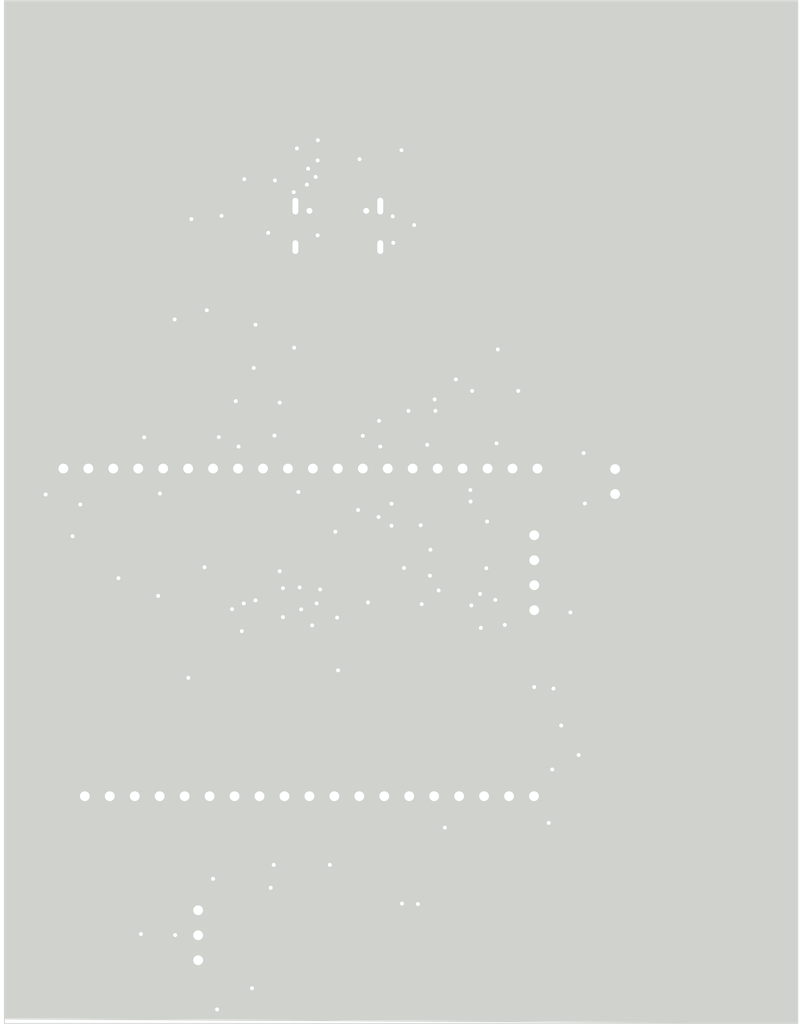
<source format=kicad_pcb>
(kicad_pcb (version 20211014) (generator pcbnew)
  (layers (0 "F.Cu" signal) (31 "B.Cu" signal) (34 "B.Paste" user) (35 "F.Paste" user) (36 "B.SilkS" user "B.Silkscreen") (37 "F.SilkS" user "F.Silkscreen") (38 "B.Mask" user) (39 "F.Mask" user) (44 "Edge.Cuts" user))
  (net 0 "")
  (net 1 "VBUS")
  (net 2 "GND")
  (net 3 "+3V3")
  (net 4 "/STM32_MinimumSystem/NRST")
  (net 5 "/STM32_MinimumSystem/OSC_IN")
  (net 6 "/STM32_MinimumSystem/OSC_OUT")
  (net 7 "/STM32_MinimumSystem/PB4")
  (net 8 "/STM32_MinimumSystem/PB8")
  (net 9 "/STM32_MinimumSystem/PB9")
  (net 10 "Net-(D1-Pad2)")
  (net 11 "/STM32_MinimumSystem/PA15")
  (net 12 "Net-(D2-Pad2)")
  (net 13 "/STM32_MinimumSystem/PB3")
  (net 14 "Net-(D3-Pad2)")
  (net 16 "/PORT&POWER/D+")
  (net 17 "/PORT&POWER/D-")
  (net 21 "/PORT&POWER/3V3_Debug")
  (net 22 "/STM32_MinimumSystem/PA13")
  (net 23 "/STM32_MinimumSystem/PA14")
  (net 24 "/PORT&POWER/CAN-")
  (net 25 "/PORT&POWER/CAN+")
  (net 26 "/STM32_MinimumSystem/PA0")
  (net 27 "/STM32_MinimumSystem/PA1")
  (net 28 "/STM32_MinimumSystem/PA2")
  (net 29 "/STM32_MinimumSystem/PA3")
  (net 30 "/STM32_MinimumSystem/PA4")
  (net 31 "/STM32_MinimumSystem/PA5")
  (net 32 "/STM32_MinimumSystem/PA6")
  (net 33 "/STM32_MinimumSystem/PA7")
  (net 34 "/STM32_MinimumSystem/PB0")
  (net 35 "/STM32_MinimumSystem/PB1")
  (net 36 "/STM32_MinimumSystem/PB2")
  (net 37 "/STM32_MinimumSystem/PB10")
  (net 38 "/STM32_MinimumSystem/PB11")
  (net 39 "/STM32_MinimumSystem/PB12")
  (net 40 "/STM32_MinimumSystem/PB13")
  (net 41 "/STM32_MinimumSystem/PB14")
  (net 42 "/STM32_MinimumSystem/PB15")
  (net 43 "/STM32_MinimumSystem/PA8")
  (net 44 "/STM32_MinimumSystem/PA9")
  (net 45 "/STM32_MinimumSystem/PA10")
  (net 46 "/STM32_MinimumSystem/PA11")
  (net 47 "/STM32_MinimumSystem/PA12")
  (net 48 "/STM32_MinimumSystem/PB5")
  (net 49 "/STM32_MinimumSystem/PB6")
  (net 50 "/STM32_MinimumSystem/PB7")
  (net 51 "/STM32_MinimumSystem/PC13")
  (net 52 "/STM32_MinimumSystem/PC14")
  (net 53 "/STM32_MinimumSystem/PC15")
  (net 54 "/STM32_MinimumSystem/BOOTO")
  (net 55 "Net-(J7-Pad1)")
  (net 56 "Net-(J7-Pad3)")
  (net 57 "Net-(Q1-Pad2)")
  (net 62 "/STM32_MinimumSystem/PAO")
  (footprint "Resistor_SMD:R_0603_1608Metric" (layer "F.Cu") (at 133.894 72.04425)
    (fp_text reference "R7")
    (fp_text value "1K")
  )
  (footprint "Capacitor_SMD:C_0603_1608Metric" (layer "F.Cu") (at 129.7914 83.65205 180)
    (fp_text reference "C13")
    (fp_text value "100n")
  )
  (footprint "Capacitor_SMD:C_0603_1608Metric" (layer "F.Cu") (at 147.0002 123.14905)
    (fp_text reference "C19")
    (fp_text value "100n")
  )
  (footprint "Capacitor_SMD:C_0603_1608Metric" (layer "F.Cu") (at 143.6344 70.03705 -90)
    (fp_text reference "C16")
    (fp_text value "100n")
  )
  (footprint "Button_Switch_SMD:SW_Push_1P1T_NO_6x6mm_H9.5mm" (layer "F.Cu") (at 149.5144 64.02845)
    (fp_text reference "SW2")
    (fp_text value "SW_Push")
  )
  (footprint "Package_SO:MSOP-10_3x3mm_P0.5mm" (layer "F.Cu") (at 145.9458 43.21525)
    (fp_text reference "U3")
    (fp_text value "CH340E")
  )
  (footprint "Resistor_SMD:R_0603_1608Metric" (layer "F.Cu") (at 157.515 65.52965 -90)
    (fp_text reference "R6")
    (fp_text value "1K")
  )
  (footprint "Capacitor_SMD:C_0603_1608Metric" (layer "F.Cu") (at 150.734 121.40965 180)
    (fp_text reference "C2")
    (fp_text value "100n")
  )
  (footprint "Resistor_SMD:R_0603_1608Metric" (layer "F.Cu") (at 120.2384 87.17125 90)
    (fp_text reference "R4")
    (fp_text value "10k")
  )
  (footprint "Resistor_SMD:R_0603_1608Metric" (layer "F.Cu") (at 178.8896 97.34265 -90)
    (fp_text reference "R3")
    (fp_text value "120")
  )
  (footprint "Crystal:Crystal_SMD_3225-4Pin_3.2x2.5mm" (layer "F.Cu") (at 130.19 91.31105)
    (fp_text reference "Y1")
    (fp_text value "12M")
  )
  (footprint "Resistor_SMD:R_0603_1608Metric" (layer "F.Cu") (at 134.1988 41.56425 180)
    (fp_text reference "R9")
    (fp_text value "1K")
  )
  (footprint "Capacitor_SMD:C_0603_1608Metric" (layer "F.Cu") (at 133.7792 51.78725 180)
    (fp_text reference "C17")
    (fp_text value "100n")
  )
  (footprint "Capacitor_SMD:C_0603_1608Metric" (layer "F.Cu") (at 133.957 47.59625 180)
    (fp_text reference "C5")
    (fp_text value "100n")
  )
  (footprint "Connector_PinHeader_2.54mm:PinHeader_1x04_P2.54mm_Vertical" (layer "F.Cu") (at 164.2338 89.77345 180)
    (fp_text reference "J2")
    (fp_text value "Conn_01x04")
  )
  (footprint "Capacitor_SMD:C_0603_1608Metric" (layer "F.Cu") (at 150.6956 123.11145 180)
    (fp_text reference "C1")
    (fp_text value "10u")
  )
  (footprint "Capacitor_SMD:C_0603_1608Metric" (layer "F.Cu") (at 124.1246 87.36225 90)
    (fp_text reference "C11")
    (fp_text value "100n")
  )
  (footprint "Capacitor_SMD:C_0603_1608Metric" (layer "F.Cu") (at 121.4068 84.21265)
    (fp_text reference "C7")
    (fp_text value "100n")
  )
  (footprint "Capacitor_SMD:C_0603_1608Metric" (layer "F.Cu") (at 147.0002 114.74165)
    (fp_text reference "C6")
    (fp_text value "100n")
  )
  (footprint "Package_TO_SOT_SMD:SOT-23-5_HandSoldering" (layer "F.Cu") (at 165.1482 101.71145 -90)
    (fp_text reference "U1")
    (fp_text value "HX9193")
  )
  (footprint "Capacitor_SMD:C_0603_1608Metric" (layer "F.Cu") (at 147.0002 116.31645)
    (fp_text reference "C8")
    (fp_text value "100n")
  )
  (footprint "Resistor_SMD:R_0603_1608Metric" (layer "F.Cu") (at 133.894 69.79445)
    (fp_text reference "R10")
    (fp_text value "1K")
  )
  (footprint "Package_SO:SOP-8_3.9x4.9mm_P1.27mm" (layer "F.Cu") (at 134.5412 122.96245 90)
    (fp_text reference "U5")
    (fp_text value "AD8400ARZ50")
  )
  (footprint "Connector_PinHeader_2.54mm:PinHeader_1x02_P2.54mm_Vertical" (layer "F.Cu") (at 172.4634 75.42245)
    (fp_text reference "J6")
    (fp_text value "Conn_01x02")
  )
  (footprint "Resistor_SMD:R_0603_1608Metric" (layer "F.Cu") (at 156.69 60.30945 180)
    (fp_text reference "R11")
    (fp_text value "1K")
  )
  (footprint "Capacitor_SMD:C_0603_1608Metric" (layer "F.Cu") (at 147.0002 124.64765)
    (fp_text reference "C10")
    (fp_text value "100n")
  )
  (footprint "Package_QFP:LQFP-48_7x7mm_P0.5mm" (layer "F.Cu") (at 141.45 88.78285)
    (fp_text reference "U4")
    (fp_text value "STM32F103C8T6")
  )
  (footprint "Connector_PinHeader_2.54mm:PinHeader_1x19_P2.54mm_Vertical" (layer "F.Cu") (at 118.4884 108.69645 90)
    (fp_text reference "J4")
    (fp_text value "Conn_01x19")
  )
  (footprint "Connector_JST:JST_GH_SM02B-GHS-TB_1x02-1MP_P1.25mm_Horizontal" (layer "F.Cu") (at 184.3884 97.21765 90)
    (fp_text reference "J3")
    (fp_text value "Conn_01x02")
  )
  (footprint "Resistor_SMD:R_0603_1608Metric" (layer "F.Cu") (at 151.4322 117.14245 -90)
    (fp_text reference "R1")
    (fp_text value "1k")
  )
  (footprint "Package_SO:SOIC-8_3.9x4.9mm_P1.27mm" (layer "F.Cu") (at 172.6158 97.31725)
    (fp_text reference "U2")
    (fp_text value "TJA1051T-3")
  )
  (footprint "Capacitor_SMD:C_0603_1608Metric" (layer "F.Cu") (at 163.802 116.63365 -90)
    (fp_text reference "C4")
    (fp_text value "100n")
  )
  (footprint "LED_SMD:LED_0603_1608Metric" (layer "F.Cu") (at 133.0934 44.61215 90)
    (fp_text reference "D1")
    (fp_text value "RED")
  )
  (footprint "Capacitor_SMD:C_0603_1608Metric" (layer "F.Cu") (at 147.0002 117.81505)
    (fp_text reference "C3")
    (fp_text value "10u")
  )
  (footprint "LED_SMD:LED_0603_1608Metric" (layer "F.Cu") (at 157.5282 72.12045)
    (fp_text reference "D3")
    (fp_text value "BLUE")
  )
  (footprint "Button_Switch_SMD:SW_Push_1P1T_NO_6x6mm_H9.5mm" (layer "F.Cu") (at 124.7114 54.01025)
    (fp_text reference "SW1")
    (fp_text value "SW_Push")
  )
  (footprint "LED_SMD:LED_0603_1608Metric" (layer "F.Cu") (at 150.975 72.04425 180)
    (fp_text reference "D2")
    (fp_text value "GREEN")
  )
  (footprint "Capacitor_SMD:C_0603_1608Metric" (layer "F.Cu") (at 147.0002 126.12085)
    (fp_text reference "C12")
    (fp_text value "100n")
  )
  (footprint "Connector_PinHeader_2.54mm:PinHeader_1x03_P2.54mm_Vertical" (layer "F.Cu") (at 130.0228 120.30265)
    (fp_text reference "J7")
    (fp_text value "Conn_01x03")
  )
  (footprint "Capacitor_SMD:C_0603_1608Metric" (layer "F.Cu") (at 147.0002 127.59405)
    (fp_text reference "C9")
    (fp_text value "100n")
  )
  (footprint "Capacitor_SMD:C_0603_1608Metric" (layer "F.Cu") (at 129.9666 94.39805 180)
    (fp_text reference "C15")
    (fp_text value "18p")
  )
  (footprint "Capacitor_SMD:C_0603_1608Metric" (layer "F.Cu") (at 142.085 69.99925 -90)
    (fp_text reference "C18")
    (fp_text value "100n")
  )
  (footprint "Resistor_SMD:R_0603_1608Metric" (layer "F.Cu") (at 147.2158 82.28045)
    (fp_text reference "R5")
    (fp_text value "10k")
  )
  (footprint "Resistor_SMD:R_0603_1608Metric" (layer "F.Cu") (at 149.9082 117.12925 90)
    (fp_text reference "R2")
    (fp_text value "10k")
  )
  (footprint "Package_TO_SOT_SMD:TSOT-23" (layer "F.Cu") (at 170.1266 112.43025 -90)
    (fp_text reference "Q1")
    (fp_text value "Q_NMOS_DGS")
  )
  (footprint "Button_Switch_SMD:SW_Push_1P1T_NO_6x6mm_H9.5mm" (layer "F.Cu") (at 139.6974 34.85865 90)
    (fp_text reference "SW3")
    (fp_text value "SW_Push")
  )
  (footprint "Connector_PinHeader_2.54mm:PinHeader_1x20_P2.54mm_Vertical" (layer "F.Cu") (at 164.564 75.37165 -90)
    (fp_text reference "J5")
    (fp_text value "Conn_01x20")
  )
  (footprint "Connector_USB:USB_C_Receptacle_Palconn_UTC16-G" (layer "F.Cu") (at 144.244 50.60665)
    (fp_text reference "J1")
    (fp_text value "USB_C_Receptacle_USB2.0")
  )
  (footprint "Button_Switch_SMD:SW_Push_1P1T_NO_6x6mm_H9.5mm" (layer "F.Cu") (at 137.7542 64.00305)
    (fp_text reference "SW4")
    (fp_text value "SW_Push")
  )
  (footprint "Resistor_SMD:R_0603_1608Metric" (layer "F.Cu") (at 139.1894 58.70925)
    (fp_text reference "R8")
    (fp_text value "1K")
  )
  (footprint "Capacitor_SMD:C_0603_1608Metric" (layer "F.Cu") (at 129.8422 86.75085 180)
    (fp_text reference "C14")
    (fp_text value "18p")
  )
  (gr_rect (start 110.3122 27.7876) (end 191.0588 131.826) (layer "Edge.Cuts") (width 0.1) (fill none))
  (segment (start 147.546 54.61985) (end 147.546 51.72425) (width 0.25) (layer "F.Cu") (net 1))
  (segment (start 147.546 51.72425) (end 146.5554 50.73365) (width 0.25) (layer "F.Cu") (net 1))
  (segment (start 161.6684 110.24585) (end 161.6684 108.69645) (width 0.25) (layer "F.Cu") (net 1))
  (segment (start 151.4322 117.96745) (end 158.0108 111.38885) (width 0.25) (layer "F.Cu") (net 1))
  (segment (start 143.736 54.61985) (end 147.546 54.61985) (width 0.25) (layer "F.Cu") (net 1))
  (segment (start 162.4177 100.50495) (end 161.6684 101.25425) (width 0.25) (layer "F.Cu") (net 1))
  (segment (start 134.732 47.59625) (end 134.719 47.58325) (width 0.25) (layer "F.Cu") (net 1))
  (segment (start 161.6684 101.25425) (end 161.6684 108.69645) (width 0.25) (layer "F.Cu") (net 1))
  (segment (start 160.2714 98.35865) (end 160.2714 88.73205) (width 0.25) (layer "F.Cu") (net 1))
  (segment (start 164.1982 100.36145) (end 162.5612 100.36145) (width 0.25) (layer "F.Cu") (net 1))
  (segment (start 146.6824 50.60665) (end 152.0164 50.60665) (width 0.25) (layer "F.Cu") (net 1))
  (segment (start 146.5554 50.73365) (end 146.6824 50.60665) (width 0.25) (layer "F.Cu") (net 1))
  (segment (start 145.7426 49.56525) (end 146.4919 48.81595) (width 0.25) (layer "F.Cu") (net 1))
  (segment (start 164.1982 99.79625) (end 163.3702 98.96825) (width 0.25) (layer "F.Cu") (net 1))
  (segment (start 151.509 118.04425) (end 151.4322 117.96745) (width 0.25) (layer "F.Cu") (net 1))
  (segment (start 166.1896 100.27005) (end 166.0982 100.36145) (width 0.25) (layer "F.Cu") (net 1))
  (segment (start 168.882 97.95225) (end 170.1408 97.95225) (width 0.25) (layer "F.Cu") (net 1))
  (segment (start 146.5046 50.60665) (end 145.7426 49.84465) (width 0.25) (layer "F.Cu") (net 1))
  (segment (start 145.7426 49.84465) (end 145.7426 49.56525) (width 0.25) (layer "F.Cu") (net 1))
  (segment (start 158.0108 111.38885) (end 160.5254 111.38885) (width 0.25) (layer "F.Cu") (net 1))
  (segment (start 151.509 123.07305) (end 151.4706 123.11145) (width 0.25) (layer "F.Cu") (net 1))
  (segment (start 152.0164 50.60665) (end 146.5046 50.60665) (width 0.25) (layer "F.Cu") (net 1))
  (segment (start 164.1982 100.36145) (end 164.1982 99.79625) (width 0.25) (layer "F.Cu") (net 1))
  (segment (start 146.644 48.66385) (end 146.4919 48.81595) (width 0.25) (layer "F.Cu") (net 1))
  (segment (start 166.0982 100.36145) (end 166.4728 100.36145) (width 0.25) (layer "F.Cu") (net 1))
  (segment (start 162.4177 100.50495) (end 160.2714 98.35865) (width 0.25) (layer "F.Cu") (net 1))
  (segment (start 145.5648 49.74305) (end 145.5394 49.76845) (width 0.25) (layer "F.Cu") (net 1))
  (segment (start 166.4728 100.36145) (end 168.882 97.95225) (width 0.25) (layer "F.Cu") (net 1))
  (segment (start 142.3898 50.65745) (end 142.1612 50.88605) (width 0.25) (layer "F.Cu") (net 1))
  (segment (start 151.509 121.40965) (end 151.509 123.07305) (width 0.25) (layer "F.Cu") (net 1))
  (segment (start 160.5254 111.38885) (end 161.6684 110.24585) (width 0.25) (layer "F.Cu") (net 1))
  (segment (start 141.844 48.09665) (end 141.844 48.66385) (width 0.25) (layer "F.Cu") (net 1))
  (segment (start 146.644 48.09665) (end 146.644 48.66385) (width 0.25) (layer "F.Cu") (net 1))
  (segment (start 142.1612 50.88605) (end 143.3296 50.88605) (width 0.25) (layer "F.Cu") (net 1))
  (segment (start 162.5612 100.36145) (end 162.4177 100.50495) (width 0.25) (layer "F.Cu") (net 1))
  (segment (start 166.1896 97.74905) (end 166.1896 100.27005) (width 0.25) (layer "F.Cu") (net 1))
  (segment (start 143.609 54.49285) (end 143.736 54.61985) (width 0.25) (layer "F.Cu") (net 1))
  (segment (start 134.719 47.58325) (end 134.719 45.93305) (width 0.25) (layer "F.Cu") (net 1))
  (segment (start 141.844 48.66385) (end 142.3898 49.20965) (width 0.25) (layer "F.Cu") (net 1))
  (segment (start 143.3296 50.88605) (end 143.609 51.16545) (width 0.25) (layer "F.Cu") (net 1))
  (segment (start 163.3702 98.46025) (end 164.2338 97.59665) (width 0.25) (layer "F.Cu") (net 1))
  (segment (start 163.3702 98.96825) (end 163.3702 98.46025) (width 0.25) (layer "F.Cu") (net 1))
  (segment (start 141.9834 47.95725) (end 141.844 48.09665) (width 0.25) (layer "F.Cu") (net 1))
  (segment (start 143.609 51.16545) (end 143.609 54.49285) (width 0.25) (layer "F.Cu") (net 1))
  (segment (start 146.4919 48.81595) (end 145.5648 49.74305) (width 0.25) (layer "F.Cu") (net 1))
  (segment (start 142.3898 49.20965) (end 142.3898 50.65745) (width 0.25) (layer "F.Cu") (net 1))
  (segment (start 141.9834 45.70445) (end 141.9834 47.95725) (width 0.25) (layer "F.Cu") (net 1))
  (segment (start 151.509 121.40965) (end 151.509 118.04425) (width 0.25) (layer "F.Cu") (net 1))
  (via (at 152.0164 50.60665) (size 0.8) (drill 0.4) (layers "F.Cu" "B.Cu") (net 1))
  (via (at 141.9834 45.70445) (size 0.8) (drill 0.4) (layers "F.Cu" "B.Cu") (net 1))
  (via (at 134.719 45.93305) (size 0.8) (drill 0.4) (layers "F.Cu" "B.Cu") (net 1))
  (via (at 164.2338 97.59665) (size 0.8) (drill 0.4) (layers "F.Cu" "B.Cu") (net 1))
  (via (at 160.2714 88.73205) (size 0.8) (drill 0.4) (layers "F.Cu" "B.Cu") (net 1))
  (via (at 166.1896 97.74905) (size 0.8) (drill 0.4) (layers "F.Cu" "B.Cu") (net 1))
  (segment (start 166.0372 97.59665) (end 166.1896 97.74905) (width 0.25) (layer "B.Cu") (net 1))
  (segment (start 160.2714 78.97845) (end 158.214 76.92105) (width 0.25) (layer "B.Cu") (net 1))
  (segment (start 151.991 68.51365) (end 151.991 50.63205) (width 0.25) (layer "B.Cu") (net 1))
  (segment (start 138.7576 45.27265) (end 139.799 45.27265) (width 0.25) (layer "B.Cu") (net 1))
  (segment (start 158.214 74.73665) (end 151.991 68.51365) (width 0.25) (layer "B.Cu") (net 1))
  (segment (start 139.799 45.27265) (end 140.2308 45.70445) (width 0.25) (layer "B.Cu") (net 1))
  (segment (start 134.719 45.93305) (end 135.3794 45.27265) (width 0.25) (layer "B.Cu") (net 1))
  (segment (start 164.2338 97.59665) (end 166.0372 97.59665) (width 0.25) (layer "B.Cu") (net 1))
  (segment (start 140.2308 45.70445) (end 141.9834 45.70445) (width 0.25) (layer "B.Cu") (net 1))
  (segment (start 135.3794 45.27265) (end 138.7576 45.27265) (width 0.25) (layer "B.Cu") (net 1))
  (segment (start 151.991 50.63205) (end 152.0164 50.60665) (width 0.25) (layer "B.Cu") (net 1))
  (segment (start 158.214 75.04145) (end 158.214 74.73665) (width 0.25) (layer "B.Cu") (net 1))
  (segment (start 158.214 76.92105) (end 158.214 75.04145) (width 0.25) (layer "B.Cu") (net 1))
  (segment (start 160.2714 88.73205) (end 160.2714 78.97845) (width 0.25) (layer "B.Cu") (net 1))
  (segment (start 137.8432 45.62825) (end 137.8432 44.25665) (width 0.25) (layer "F.Cu") (net 2))
  (segment (start 133.182 47.59625) (end 136.9798 51.39405) (width 0.25) (layer "F.Cu") (net 2))
  (segment (start 171.8792 96.68225) (end 173.1492 95.41225) (width 0.25) (layer "F.Cu") (net 2))
  (segment (start 129.0164 83.65205) (end 129.0164 83.68985) (width 0.25) (layer "F.Cu") (net 2))
  (segment (start 149.959 119.61845) (end 150.7718 119.61845) (width 0.25) (layer "F.Cu") (net 2))
  (segment (start 148.0408 82.28045) (end 149.387 83.62665) (width 0.25) (layer "F.Cu") (net 2))
  (segment (start 133.4744 91.90705) (end 133.2204 92.16105) (width 0.25) (layer "F.Cu") (net 2))
  (segment (start 140.9815 51.78915) (end 139.924 52.84665) (width 0.25) (layer "F.Cu") (net 2))
  (segment (start 165.1482 104.55625) (end 165.1482 100.36145) (width 0.25) (layer "F.Cu") (net 2))
  (segment (start 141.7292 61.75305) (end 141.7292 54.65185) (width 0.25) (layer "F.Cu") (net 2))
  (segment (start 143.7 91.84565) (end 140.5504 88.69605) (width 0.25) (layer "F.Cu") (net 2))
  (segment (start 129.3342 51.11245) (end 128.6864 51.76025) (width 0.25) (layer "F.Cu") (net 2))
  (segment (start 142.1866 51.64805) (end 141.1226 51.64805) (width 0.25) (layer "F.Cu") (net 2))
  (segment (start 131.29 92.16105) (end 133.2204 92.16105) (width 0.25) (layer "F.Cu") (net 2))
  (segment (start 147.444 48.09665) (end 147.984 48.09665) (width 0.25) (layer "F.Cu") (net 2))
  (segment (start 164.3354 82.25505) (end 168.3486 82.25505) (width 0.25) (layer "F.Cu") (net 2))
  (segment (start 116.1262 64.85605) (end 116.1262 75.44785) (width 0.25) (layer "F.Cu") (net 2))
  (segment (start 145.9818 86.53285) (end 145.9966 86.54765) (width 0.25) (layer "F.Cu") (net 2))
  (segment (start 147.7752 117.81505) (end 149.769 117.81505) (width 0.25) (layer "F.Cu") (net 2))
  (segment (start 145.2092 43.34225) (end 145.0822 43.21525) (width 0.25) (layer "F.Cu") (net 2))
  (segment (start 149.8828 52.41005) (end 149.4462 52.84665) (width 0.25) (layer "F.Cu") (net 2))
  (segment (start 164.1068 82.28045) (end 164.2338 82.15345) (width 0.25) (layer "F.Cu") (net 2))
  (segment (start 141.704 43.21525) (end 139.1894 45.72985) (width 0.25) (layer "F.Cu") (net 2))
  (segment (start 131.29 92.16105) (end 130.5788 91.44985) (width 0.25) (layer "F.Cu") (net 2))
  (segment (start 145.9966 86.54765) (end 153.3372 86.54765) (width 0.25) (layer "F.Cu") (net 2))
  (segment (start 145.6262 86.53285) (end 145.641 86.54765) (width 0.25) (layer "F.Cu") (net 2))
  (segment (start 139.545 88.78285) (end 138.795 89.53285) (width 0.25) (layer "F.Cu") (net 2))
  (segment (start 137.6528 30.88365) (end 137.7416 30.97245) (width 0.25) (layer "F.Cu") (net 2))
  (segment (start 124.2882 86.75085) (end 124.1246 86.58725) (width 0.25) (layer "F.Cu") (net 2))
  (segment (start 146.9872 129.24505) (end 147.7752 128.45705) (width 0.25) (layer "F.Cu") (net 2))
  (segment (start 141.7292 54.65185) (end 139.924 52.84665) (width 0.25) (layer "F.Cu") (net 2))
  (segment (start 133.9316 128.22905) (end 134.9476 129.24505) (width 0.25) (layer "F.Cu") (net 2))
  (segment (start 135.8486 89.53285) (end 137.2875 89.53285) (width 0.25) (layer "F.Cu") (net 2))
  (segment (start 133.7792 61.75305) (end 119.2292 61.75305) (width 0.25) (layer "F.Cu") (net 2))
  (segment (start 140.9815 50.77315) (end 139.924 49.71565) (width 0.25) (layer "F.Cu") (net 2))
  (segment (start 137.8432 44.25665) (end 137.8432 44.10425) (width 0.25) (layer "F.Cu") (net 2))
  (segment (start 165.453 96.68225) (end 170.1408 96.68225) (width 0.25) (layer "F.Cu") (net 2))
  (segment (start 149.9082 121.35885) (end 149.959 121.40965) (width 0.25) (layer "F.Cu") (net 2))
  (segment (start 149.9082 119.56765) (end 149.959 119.61845) (width 0.25) (layer "F.Cu") (net 2))
  (segment (start 135.8486 89.53285) (end 135.1134 89.53285) (width 0.25) (layer "F.Cu") (net 2))
  (segment (start 140.5504 88.69605) (end 140.3218 88.69605) (width 0.25) (layer "F.Cu") (net 2))
  (segment (start 129.0672 83.74065) (end 129.0672 86.75085) (width 0.25) (layer "F.Cu") (net 2))
  (segment (start 168.3486 82.25505) (end 173.1492 87.05565) (width 0.25) (layer "F.Cu") (net 2))
  (segment (start 149.959 121.40965) (end 149.959 123.07305) (width 0.25) (layer "F.Cu") (net 2))
  (segment (start 120.7364 51.76025) (end 128.6864 51.76025) (width 0.25) (layer "F.Cu") (net 2))
  (segment (start 140.504 48.09665) (end 139.924 48.67665) (width 0.25) (layer "F.Cu") (net 2))
  (segment (start 141.124 61.75305) (end 141.7292 61.75305) (width 0.25) (layer "F.Cu") (net 2))
  (segment (start 122.1818 81.83365) (end 122.1818 84.21265) (width 0.25) (layer "F.Cu") (net 2))
  (segment (start 146.6062 44.79005) (end 145.3616 44.79005) (width 0.25) (layer "F.Cu") (net 2))
  (segment (start 130.7416 94.39805) (end 130.7416 92.70945) (width 0.25) (layer "F.Cu") (net 2))
  (segment (start 122.1818 84.64445) (end 124.1246 86.58725) (width 0.25) (layer "F.Cu") (net 2))
  (segment (start 141.7292 61.75305) (end 145.514 61.75305) (width 0.25) (layer "F.Cu") (net 2))
  (segment (start 137.4474 30.88365) (end 137.6528 30.88365) (width 0.25) (layer "F.Cu") (net 2))
  (segment (start 133.7792 61.75305) (end 141.7292 61.75305) (width 0.25) (layer "F.Cu") (net 2))
  (segment (start 143.5966 70.77425) (end 143.6344 70.81205) (width 0.25) (layer "F.Cu") (net 2))
  (segment (start 149.959 123.07305) (end 149.9206 123.11145) (width 0.25) (layer "F.Cu") (net 2))
  (segment (start 142.085 70.77425) (end 140.434 70.77425) (width 0.25) (layer "F.Cu") (net 2))
  (segment (start 139.924 49.71565) (end 139.924 48.67665) (width 0.25) (layer "F.Cu") (net 2))
  (segment (start 147.7752 124.64765) (end 147.7752 123.14905) (width 0.25) (layer "F.Cu") (net 2))
  (segment (start 164.2084 108.69645) (end 164.2084 112.78585) (width 0.25) (layer "F.Cu") (net 2))
  (segment (start 116.304 79.00385) (end 118.59 81.28985) (width 0.25) (layer "F.Cu") (net 2))
  (segment (start 147.7752 126.12085) (end 147.7752 124.64765) (width 0.25) (layer "F.Cu") (net 2))
  (segment (start 137.4474 38.83365) (end 137.4474 43.86085) (width 0.25) (layer "F.Cu") (net 2))
  (segment (start 140.235 88.78285) (end 140.3218 88.69605) (width 0.25) (layer "F.Cu") (net 2))
  (segment (start 164.2338 82.15345) (end 164.3354 82.25505) (width 0.25) (layer "F.Cu") (net 2))
  (segment (start 145.6125 86.53285) (end 145.6262 86.53285) (width 0.25) (layer "F.Cu") (net 2))
  (segment (start 137.9448 45.72985) (end 137.8432 45.62825) (width 0.25) (layer "F.Cu") (net 2))
  (segment (start 137.8432 46.06005) (end 137.8432 45.62825) (width 0.25) (layer "F.Cu") (net 2))
  (segment (start 173.1492 87.05565) (end 173.1492 95.41225) (width 0.25) (layer "F.Cu") (net 2))
  (segment (start 149.4462 52.84665) (end 148.564 52.84665) (width 0.25) (layer "F.Cu") (net 2))
  (segment (start 148.587 48.67665) (end 148.7398 48.52385) (width 0.25) (layer "F.Cu") (net 2))
  (segment (start 164.2084 105.49605) (end 165.1482 104.55625) (width 0.25) (layer "F.Cu") (net 2))
  (segment (start 139.545 87.05565) (end 139.545 88.78285) (width 0.25) (layer "F.Cu") (net 2))
  (segment (start 145.5394 61.77845) (end 153.4894 61.77845) (width 0.25) (layer "F.Cu") (net 2))
  (segment (start 149.9082 119.56765) (end 149.9082 121.35885) (width 0.25) (layer "F.Cu") (net 2))
  (segment (start 145.2092 44.63765) (end 145.2092 43.34225) (width 0.25) (layer "F.Cu") (net 2))
  (segment (start 133.182 47.59625) (end 133.182 45.48825) (width 0.25) (layer "F.Cu") (net 2))
  (segment (start 122.1818 84.21265) (end 122.1818 84.64445) (width 0.25) (layer "F.Cu") (net 2))
  (segment (start 133.0042 51.78725) (end 133.0042 47.77405) (width 0.25) (layer "F.Cu") (net 2))
  (segment (start 145.0822 43.21525) (end 143.7458 43.21525) (width 0.25) (layer "F.Cu") (net 2))
  (segment (start 148.587 48.67665) (end 148.564 48.67665) (width 0.25) (layer "F.Cu") (net 2))
  (segment (start 121.638 81.28985) (end 122.1818 81.83365) (width 0.25) (layer "F.Cu") (net 2))
  (segment (start 141.044 48.09665) (end 140.504 48.09665) (width 0.25) (layer "F.Cu") (net 2))
  (segment (start 143.7458 43.21525) (end 141.704 43.21525) (width 0.25) (layer "F.Cu") (net 2))
  (segment (start 152.3974 119.66925) (end 154.658 117.40865) (width 0.25) (layer "F.Cu") (net 2))
  (segment (start 133.0042 51.78725) (end 132.4076 51.19065) (width 0.25) (layer "F.Cu") (net 2))
  (segment (start 149.769 117.81505) (end 149.9082 117.95425) (width 0.25) (layer "F.Cu") (net 2))
  (segment (start 139.1894 45.72985) (end 137.9448 45.72985) (width 0.25) (layer "F.Cu") (net 2))
  (segment (start 161.7954 117.40865) (end 163.802 117.40865) (width 0.25) (layer "F.Cu") (net 2))
  (segment (start 147.984 48.09665) (end 148.564 48.67665) (width 0.25) (layer "F.Cu") (net 2))
  (segment (start 147.444 48.09665) (end 147.3682 48.02085) (width 0.25) (layer "F.Cu") (net 2))
  (segment (start 154.658 117.40865) (end 161.7954 117.40865) (width 0.25) (layer "F.Cu") (net 2))
  (segment (start 133.182 45.48825) (end 133.0934 45.39965) (width 0.25) (layer "F.Cu") (net 2))
  (segment (start 165.1482 96.98705) (end 165.453 96.68225) (width 0.25) (layer "F.Cu") (net 2))
  (segment (start 153.3372 86.54765) (end 153.6166 86.26825) (width 0.25) (layer "F.Cu") (net 2))
  (segment (start 141.044 48.09665) (end 140.2012 47.25385) (width 0.25) (layer "F.Cu") (net 2))
  (segment (start 145.6125 86.53285) (end 145.9818 86.53285) (width 0.25) (layer "F.Cu") (net 2))
  (segment (start 173.1492 95.41225) (end 175.0908 95.41225) (width 0.25) (layer "F.Cu") (net 2))
  (segment (start 145.6125 86.53285) (end 142.485 86.53285) (width 0.25) (layer "F.Cu") (net 2))
  (segment (start 139.799 63.07805) (end 141.124 61.75305) (width 0.25) (layer "F.Cu") (net 2))
  (segment (start 134.465 91.90705) (end 133.4744 91.90705) (width 0.25) (layer "F.Cu") (net 2))
  (segment (start 147.7752 117.81505) (end 147.7752 116.31645) (width 0.25) (layer "F.Cu") (net 2))
  (segment (start 129.09 90.46105) (end 129.209 90.46105) (width 0.25) (layer "F.Cu") (net 2))
  (segment (start 129.209 90.46105) (end 130.1978 91.44985) (width 0.25) (layer "F.Cu") (net 2))
  (segment (start 147.7752 127.59405) (end 147.7752 126.12085) (width 0.25) (layer "F.Cu") (net 2))
  (segment (start 165.1482 100.36145) (end 165.1482 96.98705) (width 0.25) (layer "F.Cu") (net 2))
  (segment (start 129.0672 86.75085) (end 124.2882 86.75085) (width 0.25) (layer "F.Cu") (net 2))
  (segment (start 136.9798 51.39405) (end 137.1574 51.39405) (width 0.25) (layer "F.Cu") (net 2))
  (segment (start 148.564 48.47505) (end 148.564 48.67665) (width 0.25) (layer "F.Cu") (net 2))
  (segment (start 148.791 48.67665) (end 149.832 49.71765) (width 0.25) (layer "F.Cu") (net 2))
  (segment (start 130.7416 92.70945) (end 131.29 92.16105) (width 0.25) (layer "F.Cu") (net 2))
  (segment (start 137.7416 30.97245) (end 137.7416 39.50685) (width 0.25) (layer "F.Cu") (net 2))
  (segment (start 140.9815 51.78915) (end 140.9815 50.77315) (width 0.25) (layer "F.Cu") (net 2))
  (segment (start 149.387 83.62665) (end 153.6674 83.62665) (width 0.25) (layer "F.Cu") (net 2))
  (segment (start 170.1408 96.68225) (end 171.8792 96.68225) (width 0.25) (layer "F.Cu") (net 2))
  (segment (start 148.0408 82.28045) (end 164.1068 82.28045) (width 0.25) (layer "F.Cu") (net 2))
  (segment (start 134.9476 129.24505) (end 146.9872 129.24505) (width 0.25) (layer "F.Cu") (net 2))
  (segment (start 143.7 92.94535) (end 143.7 91.84565) (width 0.25) (layer "F.Cu") (net 2))
  (segment (start 145.514 61.75305) (end 145.5394 61.77845) (width 0.25) (layer "F.Cu") (net 2))
  (segment (start 137.4474 38.83365) (end 137.5002 38.83365) (width 0.25) (layer "F.Cu") (net 2))
  (segment (start 116.304 75.37165) (end 116.304 79.00385) (width 0.25) (layer "F.Cu") (net 2))
  (segment (start 118.59 81.28985) (end 121.638 81.28985) (width 0.25) (layer "F.Cu") (net 2))
  (segment (start 147.3682 45.55205) (end 146.6062 44.79005) (width 0.25) (layer "F.Cu") (net 2))
  (segment (start 148.562 48.47305) (end 148.564 48.47505) (width 0.25) (layer "F.Cu") (net 2))
  (segment (start 137.4474 43.86085) (end 137.8432 44.25665) (width 0.25) (layer "F.Cu") (net 2))
  (segment (start 138.795 89.53285) (end 137.2875 89.53285) (width 0.25) (layer "F.Cu") (net 2))
  (segment (start 147.7752 127.59405) (end 147.7752 128.45705) (width 0.25) (layer "F.Cu") (net 2))
  (segment (start 140.434 70.77425) (end 138.3258 68.66605) (width 0.25) (layer "F.Cu") (net 2))
  (segment (start 129.3342 49.99705) (end 129.3342 51.11245) (width 0.25) (layer "F.Cu") (net 2))
  (segment (start 147.7752 116.31645) (end 147.7752 114.74165) (width 0.25) (layer "F.Cu") (net 2))
  (segment (start 130.5788 91.44985) (end 130.1978 91.44985) (width 0.25) (layer "F.Cu") (net 2))
  (segment (start 164.2084 108.69645) (end 164.2084 105.49605) (width 0.25) (layer "F.Cu") (net 2))
  (segment (start 147.7752 123.14905) (end 147.7752 117.81505) (width 0.25) (layer "F.Cu") (net 2))
  (segment (start 161.7954 115.19885) (end 161.7954 117.40865) (width 0.25) (layer "F.Cu") (net 2))
  (segment (start 119.2292 61.75305) (end 116.1262 64.85605) (width 0.25) (layer "F.Cu") (net 2))
  (segment (start 132.4076 51.19065) (end 132.4076 49.66685) (width 0.25) (layer "F.Cu") (net 2))
  (segment (start 149.9082 117.95425) (end 149.9082 119.56765) (width 0.25) (layer "F.Cu") (net 2))
  (segment (start 139.2 86.71065) (end 139.545 87.05565) (width 0.25) (layer "F.Cu") (net 2))
  (segment (start 164.2084 112.78585) (end 161.7954 115.19885) (width 0.25) (layer "F.Cu") (net 2))
  (segment (start 141.1226 51.64805) (end 140.9815 51.78915) (width 0.25) (layer "F.Cu") (net 2))
  (segment (start 129.0164 83.68985) (end 129.0672 83.74065) (width 0.25) (layer "F.Cu") (net 2))
  (segment (start 147.3682 48.02085) (end 147.3682 45.55205) (width 0.25) (layer "F.Cu") (net 2))
  (segment (start 145.3616 44.79005) (end 145.2092 44.63765) (width 0.25) (layer "F.Cu") (net 2))
  (segment (start 135.1134 89.53285) (end 134.6682 89.08765) (width 0.25) (layer "F.Cu") (net 2))
  (segment (start 129.09 86.77365) (end 129.0672 86.75085) (width 0.25) (layer "F.Cu") (net 2))
  (segment (start 139.2 84.62035) (end 139.2 86.71065) (width 0.25) (layer "F.Cu") (net 2))
  (segment (start 139.545 88.78285) (end 140.235 88.78285) (width 0.25) (layer "F.Cu") (net 2))
  (segment (start 133.9316 125.61285) (end 133.9316 128.22905) (width 0.25) (layer "F.Cu") (net 2))
  (segment (start 133.9062 125.58745) (end 133.9316 125.61285) (width 0.25) (layer "F.Cu") (net 2))
  (segment (start 148.564 48.67665) (end 148.791 48.67665) (width 0.25) (layer "F.Cu") (net 2))
  (segment (start 129.09 90.46105) (end 129.09 86.77365) (width 0.25) (layer "F.Cu") (net 2))
  (segment (start 140.2012 47.25385) (end 139.7482 47.25385) (width 0.25) (layer "F.Cu") (net 2))
  (segment (start 133.0042 47.77405) (end 133.182 47.59625) (width 0.25) (layer "F.Cu") (net 2))
  (segment (start 142.085 70.77425) (end 143.5966 70.77425) (width 0.25) (layer "F.Cu") (net 2))
  (segment (start 142.485 86.53285) (end 140.3218 88.69605) (width 0.25) (layer "F.Cu") (net 2))
  (via (at 139.7482 47.25385) (size 0.8) (drill 0.4) (layers "F.Cu" "B.Cu") (net 2))
  (via (at 150.7718 119.61845) (size 0.8) (drill 0.4) (layers "F.Cu" "B.Cu") (net 2))
  (via (at 149.8828 52.41005) (size 0.8) (drill 0.4) (layers "F.Cu" "B.Cu") (net 2))
  (via (at 129.3342 49.99705) (size 0.8) (drill 0.4) (layers "F.Cu" "B.Cu") (net 2))
  (via (at 134.465 91.90705) (size 0.8) (drill 0.4) (layers "F.Cu" "B.Cu") (net 2))
  (via (at 134.6682 89.08765) (size 0.8) (drill 0.4) (layers "F.Cu" "B.Cu") (net 2))
  (via (at 153.6674 83.62665) (size 0.8) (drill 0.4) (layers "F.Cu" "B.Cu") (net 2))
  (via (at 137.1574 51.39405) (size 0.8) (drill 0.4) (layers "F.Cu" "B.Cu") (net 2))
  (via (at 152.3974 119.66925) (size 0.8) (drill 0.4) (layers "F.Cu" "B.Cu") (net 2))
  (via (at 137.8432 46.06005) (size 0.8) (drill 0.4) (layers "F.Cu" "B.Cu") (net 2))
  (via (at 153.6166 86.26825) (size 0.8) (drill 0.4) (layers "F.Cu" "B.Cu") (net 2))
  (via (at 139.799 63.07805) (size 0.8) (drill 0.4) (layers "F.Cu" "B.Cu") (net 2))
  (via (at 149.832 49.71765) (size 0.8) (drill 0.4) (layers "F.Cu" "B.Cu") (net 2))
  (via (at 132.4076 49.66685) (size 0.8) (drill 0.4) (layers "F.Cu" "B.Cu") (net 2))
  (via (at 142.1866 51.64805) (size 0.8) (drill 0.4) (layers "F.Cu" "B.Cu") (net 2))
  (via (at 138.3258 68.66605) (size 0.8) (drill 0.4) (layers "F.Cu" "B.Cu") (net 2))
  (segment (start 141.9326 51.39405) (end 142.1866 51.64805) (width 0.25) (layer "B.Cu") (net 2))
  (segment (start 134.6682 91.70385) (end 134.465 91.90705) (width 0.25) (layer "B.Cu") (net 2))
  (segment (start 132.4076 49.66685) (end 129.7406 49.66685) (width 0.25) (layer "B.Cu") (net 2))
  (segment (start 138.3258 68.66605) (end 138.3258 64.55125) (width 0.25) (layer "B.Cu") (net 2))
  (segment (start 137.1574 51.39405) (end 141.9326 51.39405) (width 0.25) (layer "B.Cu") (net 2))
  (segment (start 138.5544 46.06005) (end 137.8432 46.06005) (width 0.25) (layer "B.Cu") (net 2))
  (segment (start 149.832 49.71765) (end 149.832 52.35925) (width 0.25) (layer "B.Cu") (net 2))
  (segment (start 138.3258 64.55125) (end 139.799 63.07805) (width 0.25) (layer "B.Cu") (net 2))
  (segment (start 129.5882 49.81925) (end 129.4104 49.99705) (width 0.25) (layer "B.Cu") (net 2))
  (segment (start 152.3466 119.61845) (end 152.3974 119.66925) (width 0.25) (layer "B.Cu") (net 2))
  (segment (start 129.7406 49.66685) (end 129.5882 49.81925) (width 0.25) (layer "B.Cu") (net 2))
  (segment (start 129.4104 49.99705) (end 129.3342 49.99705) (width 0.25) (layer "B.Cu") (net 2))
  (segment (start 153.6674 83.62665) (end 153.6674 86.21745) (width 0.25) (layer "B.Cu") (net 2))
  (segment (start 134.6682 89.08765) (end 134.6682 91.70385) (width 0.25) (layer "B.Cu") (net 2))
  (segment (start 153.6674 86.21745) (end 153.6166 86.26825) (width 0.25) (layer "B.Cu") (net 2))
  (segment (start 150.7718 119.61845) (end 152.3466 119.61845) (width 0.25) (layer "B.Cu") (net 2))
  (segment (start 149.832 52.35925) (end 149.8828 52.41005) (width 0.25) (layer "B.Cu") (net 2))
  (segment (start 139.7482 47.25385) (end 138.5544 46.06005) (width 0.25) (layer "B.Cu") (net 2))
  (segment (start 144.2 95.82545) (end 144.2694 95.89485) (width 0.25) (layer "F.Cu") (net 3))
  (segment (start 142.0088 86.06505) (end 140.6118 87.46205) (width 0.25) (layer "F.Cu") (net 3))
  (segment (start 124.4574 72.19665) (end 124.5336 72.19665) (width 0.25) (layer "F.Cu") (net 3))
  (segment (start 132.2552 72.04425) (end 133.069 72.04425) (width 0.25) (layer "F.Cu") (net 3))
  (segment (start 148.1458 42.21525) (end 146.9778 42.21525) (width 0.25) (layer "F.Cu") (net 3))
  (segment (start 157.515 60.30945) (end 157.515 64.70465) (width 0.25) (layer "F.Cu") (net 3))
  (segment (start 171.0766 104.38865) (end 171.0766 104.56645) (width 0.25) (layer "F.Cu") (net 3))
  (segment (start 137.2875 90.03285) (end 138.2042 90.03285) (width 0.25) (layer "F.Cu") (net 3))
  (segment (start 135.1762 118.22145) (end 137.7162 115.68145) (width 0.25) (layer "F.Cu") (net 3))
  (segment (start 166.0982 103.06145) (end 169.7494 103.06145) (width 0.25) (layer "F.Cu") (net 3))
  (segment (start 171.0766 103.23645) (end 175.0908 99.22225) (width 0.25) (layer "F.Cu") (net 3))
  (segment (start 124.1246 88.13725) (end 120.3794 88.13725) (width 0.25) (layer "F.Cu") (net 3))
  (segment (start 172.7682 115.60525) (end 172.7682 111.46505) (width 0.25) (layer "F.Cu") (net 3))
  (segment (start 146.2252 114.74165) (end 146.2252 116.31645) (width 0.25) (layer "F.Cu") (net 3))
  (segment (start 157.515 44.49745) (end 156.7328 43.71525) (width 0.25) (layer "F.Cu") (net 3))
  (segment (start 144.2 92.94535) (end 144.2 95.82545) (width 0.25) (layer "F.Cu") (net 3))
  (segment (start 118.6662 75.44785) (end 118.6662 75.34625) (width 0.25) (layer "F.Cu") (net 3))
  (segment (start 157.515 60.30945) (end 157.515 44.49745) (width 0.25) (layer "F.Cu") (net 3))
  (segment (start 118.844 78.21645) (end 118.0312 79.02925) (width 0.25) (layer "F.Cu") (net 3))
  (segment (start 145.6125 86.03285) (end 142.041 86.03285) (width 0.25) (layer "F.Cu") (net 3))
  (segment (start 163.802 115.85865) (end 164.0554 115.60525) (width 0.25) (layer "F.Cu") (net 3))
  (segment (start 120.3794 88.13725) (end 120.2384 87.99625) (width 0.25) (layer "F.Cu") (net 3))
  (segment (start 120.1886 87.94645) (end 118.9176 87.94645) (width 0.25) (layer "F.Cu") (net 3))
  (segment (start 133.069 69.79445) (end 133.069 69.30005) (width 0.25) (layer "F.Cu") (net 3))
  (segment (start 124.313 88.32565) (end 124.1246 88.13725) (width 0.25) (layer "F.Cu") (net 3))
  (segment (start 146.2252 124.64765) (end 146.2252 123.14905) (width 0.25) (layer "F.Cu") (net 3))
  (segment (start 164.0554 115.60525) (end 172.7682 115.60525) (width 0.25) (layer "F.Cu") (net 3))
  (segment (start 137.2875 90.03285) (end 137.3075 90.05285) (width 0.25) (layer "F.Cu") (net 3))
  (segment (start 118.717 75.29545) (end 121.0538 75.29545) (width 0.25) (layer "F.Cu") (net 3))
  (segment (start 118.9176 84.82225) (end 119.5272 84.21265) (width 0.25) (layer "F.Cu") (net 3))
  (segment (start 140.6118 87.46205) (end 140.3578 87.46205) (width 0.25) (layer "F.Cu") (net 3))
  (segment (start 144.1678 90.53545) (end 144.2 90.56765) (width 0.25) (layer "F.Cu") (net 3))
  (segment (start 135.1762 120.33745) (end 135.1762 118.22145) (width 0.25) (layer "F.Cu") (net 3))
  (segment (start 137.8056 59.26805) (end 138.3644 58.70925) (width 0.25) (layer "F.Cu") (net 3))
  (segment (start 130.909 59.26805) (end 137.8056 59.26805) (width 0.25) (layer "F.Cu") (net 3))
  (segment (start 143.4312 115.68145) (end 145.5902 115.68145) (width 0.25) (layer "F.Cu") (net 3))
  (segment (start 145.5902 115.68145) (end 146.2252 116.31645) (width 0.25) (layer "F.Cu") (net 3))
  (segment (start 141.0182 46.41565) (end 141.0944 46.49185) (width 0.25) (layer "F.Cu") (net 3))
  (segment (start 137.2875 90.03285) (end 133.8354 90.03285) (width 0.25) (layer "F.Cu") (net 3))
  (segment (start 172.7682 111.46505) (end 172.4234 111.12025) (width 0.25) (layer "F.Cu") (net 3))
  (segment (start 118.6742 82.25505) (end 120.6318 84.21265) (width 0.25) (layer "F.Cu") (net 3))
  (segment (start 138.3258 85.81105) (end 137.5093 85.81105) (width 0.25) (layer "F.Cu") (net 3))
  (segment (start 117.2438 82.25505) (end 118.6742 82.25505) (width 0.25) (layer "F.Cu") (net 3))
  (segment (start 146.9364 42.17385) (end 146.4538 42.65645) (width 0.25) (layer "F.Cu") (net 3))
  (segment (start 172.4234 111.12025) (end 171.0766 111.12025) (width 0.25) (layer "F.Cu") (net 3))
  (segment (start 133.069 72.04425) (end 133.069 69.79445) (width 0.25) (layer "F.Cu") (net 3))
  (segment (start 137.5093 85.81105) (end 137.2875 86.03285) (width 0.25) (layer "F.Cu") (net 3))
  (segment (start 166.0982 103.06145) (end 166.0982 105.94305) (width 0.25) (layer "F.Cu") (net 3))
  (segment (start 120.2384 87.99625) (end 120.1886 87.94645) (width 0.25) (layer "F.Cu") (net 3))
  (segment (start 119.5272 84.21265) (end 120.6318 84.21265) (width 0.25) (layer "F.Cu") (net 3))
  (segment (start 138.2042 90.03285) (end 138.656 90.48465) (width 0.25) (layer "F.Cu") (net 3))
  (segment (start 138.3644 47.90205) (end 138.3644 58.70925) (width 0.25) (layer "F.Cu") (net 3))
  (segment (start 148.1458 43.71525) (end 146.6396 43.71525) (width 0.25) (layer "F.Cu") (net 3))
  (segment (start 146.9778 42.21525) (end 146.9364 42.17385) (width 0.25) (layer "F.Cu") (net 3))
  (segment (start 171.0766 104.56645) (end 171.0766 103.23645) (width 0.25) (layer "F.Cu") (net 3))
  (segment (start 145.6819 85.96345) (end 145.6125 86.03285) (width 0.25) (layer "F.Cu") (net 3))
  (segment (start 118.6662 75.34625) (end 118.717 75.29545) (width 0.25) (layer "F.Cu") (net 3))
  (segment (start 137.2875 90.03285) (end 137.2929 90.02745) (width 0.25) (layer "F.Cu") (net 3))
  (segment (start 137.2875 86.03285) (end 138.7 84.62035) (width 0.25) (layer "F.Cu") (net 3))
  (segment (start 133.069 69.30005) (end 133.8554 68.51365) (width 0.25) (layer "F.Cu") (net 3))
  (segment (start 138.783 46.41565) (end 141.0182 46.41565) (width 0.25) (layer "F.Cu") (net 3))
  (segment (start 166.0982 105.94305) (end 166.0626 105.97865) (width 0.25) (layer "F.Cu") (net 3))
  (segment (start 125.956 88.32565) (end 124.313 88.32565) (width 0.25) (layer "F.Cu") (net 3))
  (segment (start 146.4538 42.65645) (end 146.4538 43.90105) (width 0.25) (layer "F.Cu") (net 3))
  (segment (start 169.7494 103.06145) (end 171.0766 104.38865) (width 0.25) (layer "F.Cu") (net 3))
  (segment (start 121.0538 75.29545) (end 121.2062 75.44785) (width 0.25) (layer "F.Cu") (net 3))
  (segment (start 156.7328 43.71525) (end 148.1458 43.71525) (width 0.25) (layer "F.Cu") (net 3))
  (segment (start 135.0238 41.56425) (end 135.0238 44.56145) (width 0.25) (layer "F.Cu") (net 3))
  (segment (start 138.3512 47.88885) (end 138.3644 47.90205) (width 0.25) (layer "F.Cu") (net 3))
  (segment (start 138.3512 46.84745) (end 138.783 46.41565) (width 0.25) (layer "F.Cu") (net 3))
  (segment (start 146.2252 127.59405) (end 146.2252 126.12085) (width 0.25) (layer "F.Cu") (net 3))
  (segment (start 138.3512 47.88885) (end 138.3512 46.84745) (width 0.25) (layer "F.Cu") (net 3))
  (segment (start 144.2 90.56765) (end 144.2 92.94535) (width 0.25) (layer "F.Cu") (net 3))
  (segment (start 161.7456 64.70465) (end 172.4634 75.42245) (width 0.25) (layer "F.Cu") (net 3))
  (segment (start 146.2252 123.14905) (end 146.2252 117.81505) (width 0.25) (layer "F.Cu") (net 3))
  (segment (start 157.515 64.70465) (end 161.7456 64.70465) (width 0.25) (layer "F.Cu") (net 3))
  (segment (start 121.2062 75.44785) (end 124.4574 72.19665) (width 0.25) (layer "F.Cu") (net 3))
  (segment (start 142.041 86.03285) (end 142.0088 86.06505) (width 0.25) (layer "F.Cu") (net 3))
  (segment (start 132.1282 72.17125) (end 132.2552 72.04425) (width 0.25) (layer "F.Cu") (net 3))
  (segment (start 146.6396 43.71525) (end 146.4538 43.90105) (width 0.25) (layer "F.Cu") (net 3))
  (segment (start 171.0766 104.56645) (end 171.0766 111.12025) (width 0.25) (layer "F.Cu") (net 3))
  (segment (start 135.0238 44.56145) (end 138.3512 47.88885) (width 0.25) (layer "F.Cu") (net 3))
  (segment (start 146.2252 117.81505) (end 146.2252 116.31645) (width 0.25) (layer "F.Cu") (net 3))
  (segment (start 118.9176 87.94645) (end 118.9176 84.82225) (width 0.25) (layer "F.Cu") (net 3))
  (segment (start 118.844 75.37165) (end 118.844 78.21645) (width 0.25) (layer "F.Cu") (net 3))
  (segment (start 146.2252 124.64765) (end 146.2252 126.12085) (width 0.25) (layer "F.Cu") (net 3))
  (segment (start 133.8354 90.03285) (end 133.4744 89.67185) (width 0.25) (layer "F.Cu") (net 3))
  (via (at 125.956 88.32565) (size 0.8) (drill 0.4) (layers "F.Cu" "B.Cu") (net 3))
  (via (at 133.4744 89.67185) (size 0.8) (drill 0.4) (layers "F.Cu" "B.Cu") (net 3))
  (via (at 144.2694 95.89485) (size 0.8) (drill 0.4) (layers "F.Cu" "B.Cu") (net 3))
  (via (at 146.4538 43.90105) (size 0.8) (drill 0.4) (layers "F.Cu" "B.Cu") (net 3))
  (via (at 144.1678 90.53545) (size 0.8) (drill 0.4) (layers "F.Cu" "B.Cu") (net 3))
  (via (at 141.0944 46.49185) (size 0.8) (drill 0.4) (layers "F.Cu" "B.Cu") (net 3))
  (via (at 133.8554 68.51365) (size 0.8) (drill 0.4) (layers "F.Cu" "B.Cu") (net 3))
  (via (at 143.4312 115.68145) (size 0.8) (drill 0.4) (layers "F.Cu" "B.Cu") (net 3))
  (via (at 140.3578 87.46205) (size 0.8) (drill 0.4) (layers "F.Cu" "B.Cu") (net 3))
  (via (at 166.0626 105.97865) (size 0.8) (drill 0.4) (layers "F.Cu" "B.Cu") (net 3))
  (via (at 137.7162 115.68145) (size 0.8) (drill 0.4) (layers "F.Cu" "B.Cu") (net 3))
  (via (at 138.656 90.48465) (size 0.8) (drill 0.4) (layers "F.Cu" "B.Cu") (net 3))
  (via (at 132.1282 72.17125) (size 0.8) (drill 0.4) (layers "F.Cu" "B.Cu") (net 3))
  (via (at 117.2438 82.25505) (size 0.8) (drill 0.4) (layers "F.Cu" "B.Cu") (net 3))
  (via (at 118.0312 79.02925) (size 0.8) (drill 0.4) (layers "F.Cu" "B.Cu") (net 3))
  (via (at 138.3258 85.81105) (size 0.8) (drill 0.4) (layers "F.Cu" "B.Cu") (net 3))
  (via (at 124.5336 72.19665) (size 0.8) (drill 0.4) (layers "F.Cu" "B.Cu") (net 3))
  (via (at 130.909 59.26805) (size 0.8) (drill 0.4) (layers "F.Cu" "B.Cu") (net 3))
  (segment (start 149.2986 95.89485) (end 150.3908 95.89485) (width 0.25) (layer "B.Cu") (net 3))
  (segment (start 141.0944 46.49185) (end 143.863 46.49185) (width 0.25) (layer "B.Cu") (net 3))
  (segment (start 140.3578 87.46205) (end 140.3578 87.03025) (width 0.25) (layer "B.Cu") (net 3))
  (segment (start 145.2092 107.19785) (end 145.2092 112.83665) (width 0.25) (layer "B.Cu") (net 3))
  (segment (start 132.1282 88.32565) (end 125.956 88.32565) (width 0.25) (layer "B.Cu") (net 3))
  (segment (start 137.7162 115.68145) (end 143.4312 115.68145) (width 0.25) (layer "B.Cu") (net 3))
  (segment (start 144.0916 90.45925) (end 144.1678 90.53545) (width 0.25) (layer "B.Cu") (net 3))
  (segment (start 150.4416 95.84405) (end 151.7878 94.49785) (width 0.25) (layer "B.Cu") (net 3))
  (segment (start 144.2694 95.89485) (end 144.2694 106.25805) (width 0.25) (layer "B.Cu") (net 3))
  (segment (start 143.4312 114.61465) (end 143.4312 115.68145) (width 0.25) (layer "B.Cu") (net 3))
  (segment (start 143.863 46.49185) (end 146.4538 43.90105) (width 0.25) (layer "B.Cu") (net 3))
  (segment (start 140.3578 87.03025) (end 139.5196 86.19205) (width 0.25) (layer "B.Cu") (net 3))
  (segment (start 149.324 101.50825) (end 149.2986 101.48285) (width 0.25) (layer "B.Cu") (net 3))
  (segment (start 139.1894 85.86185) (end 139.5196 86.19205) (width 0.25) (layer "B.Cu") (net 3))
  (segment (start 118.0312 79.02925) (end 117.2438 79.81665) (width 0.25) (layer "B.Cu") (net 3))
  (segment (start 139.5196 89.62105) (end 138.656 90.48465) (width 0.25) (layer "B.Cu") (net 3))
  (segment (start 133.4744 89.67185) (end 132.1282 88.32565) (width 0.25) (layer "B.Cu") (net 3))
  (segment (start 151.7878 94.49785) (end 151.7878 86.01425) (width 0.25) (layer "B.Cu") (net 3))
  (segment (start 154.0992 105.97865) (end 149.6288 101.50825) (width 0.25) (layer "B.Cu") (net 3))
  (segment (start 124.5336 72.19665) (end 132.1028 72.19665) (width 0.25) (layer "B.Cu") (net 3))
  (segment (start 138.656 90.48465) (end 141.0436 90.48465) (width 0.25) (layer "B.Cu") (net 3))
  (segment (start 144.2694 95.89485) (end 149.2986 95.89485) (width 0.25) (layer "B.Cu") (net 3))
  (segment (start 138.3766 85.86185) (end 139.1894 85.86185) (width 0.25) (layer "B.Cu") (net 3))
  (segment (start 150.3908 95.89485) (end 150.4416 95.84405) (width 0.25) (layer "B.Cu") (net 3))
  (segment (start 141.069 90.45925) (end 144.0916 90.45925) (width 0.25) (layer "B.Cu") (net 3))
  (segment (start 149.2986 101.48285) (end 149.2986 95.89485) (width 0.25) (layer "B.Cu") (net 3))
  (segment (start 166.0626 105.97865) (end 154.0992 105.97865) (width 0.25) (layer "B.Cu") (net 3))
  (segment (start 138.3258 85.81105) (end 138.3766 85.86185) (width 0.25) (layer "B.Cu") (net 3))
  (segment (start 151.7878 86.01425) (end 151.737 85.96345) (width 0.25) (layer "B.Cu") (net 3))
  (segment (start 149.6288 101.50825) (end 149.324 101.50825) (width 0.25) (layer "B.Cu") (net 3))
  (segment (start 139.5196 86.19205) (end 139.5196 89.62105) (width 0.25) (layer "B.Cu") (net 3))
  (segment (start 144.2694 106.25805) (end 145.2092 107.19785) (width 0.25) (layer "B.Cu") (net 3))
  (segment (start 118.7932 75.37165) (end 118.4376 75.72725) (width 0.25) (layer "B.Cu") (net 3))
  (segment (start 117.2438 79.81665) (end 117.2438 82.25505) (width 0.25) (layer "B.Cu") (net 3))
  (segment (start 145.2092 112.83665) (end 143.4312 114.61465) (width 0.25) (layer "B.Cu") (net 3))
  (segment (start 132.1028 72.19665) (end 132.1282 72.17125) (width 0.25) (layer "B.Cu") (net 3))
  (segment (start 133.8554 68.51365) (end 130.909 65.56725) (width 0.25) (layer "B.Cu") (net 3))
  (segment (start 141.0436 90.48465) (end 141.069 90.45925) (width 0.25) (layer "B.Cu") (net 3))
  (segment (start 130.909 65.56725) (end 130.909 59.26805) (width 0.25) (layer "B.Cu") (net 3))
  (segment (start 118.844 75.37165) (end 118.7932 75.37165) (width 0.25) (layer "B.Cu") (net 3))
  (segment (start 121.737 86.34625) (end 121.9148 86.52405) (width 0.25) (layer "F.Cu") (net 4))
  (segment (start 137.2875 89.03285) (end 138.4488 89.03285) (width 0.25) (layer "F.Cu") (net 4))
  (segment (start 130.5664 83.65205) (end 130.7206 83.80625) (width 0.25) (layer "F.Cu") (net 4))
  (segment (start 114.0434 63.78925) (end 114.0434 77.20045) (width 0.25) (layer "F.Cu") (net 4))
  (segment (start 128.6864 56.26025) (end 120.7364 56.26025) (width 0.25) (layer "F.Cu") (net 4))
  (segment (start 114.0434 77.20045) (end 114.0434 77.55605) (width 0.25) (layer "F.Cu") (net 4))
  (segment (start 130.6778 85.40645) (end 130.6778 83.76345) (width 0.25) (layer "F.Cu") (net 4))
  (segment (start 130.5664 83.79065) (end 130.4238 83.93325) (width 0.25) (layer "F.Cu") (net 4))
  (segment (start 138.656 88.88445) (end 138.656 87.53825) (width 0.25) (layer "F.Cu") (net 4))
  (segment (start 114.0434 63.12885) (end 114.0434 63.78925) (width 0.25) (layer "F.Cu") (net 4))
  (segment (start 120.1114 86.91725) (end 120.1114 86.16845) (width 0.25) (layer "F.Cu") (net 4))
  (segment (start 138.4488 89.03285) (end 138.4782 89.06225) (width 0.25) (layer "F.Cu") (net 4))
  (segment (start 130.6778 83.76345) (end 130.5664 83.65205) (width 0.25) (layer "F.Cu") (net 4))
  (segment (start 138.4782 89.06225) (end 138.656 88.88445) (width 0.25) (layer "F.Cu") (net 4))
  (segment (start 130.5664 83.65205) (end 130.5664 83.79065) (width 0.25) (layer "F.Cu") (net 4))
  (segment (start 116.9898 60.18245) (end 114.0434 63.12885) (width 0.25) (layer "F.Cu") (net 4))
  (segment (start 124.7642 60.18245) (end 116.9898 60.18245) (width 0.25) (layer "F.Cu") (net 4))
  (segment (start 120.2384 86.34625) (end 121.737 86.34625) (width 0.25) (layer "F.Cu") (net 4))
  (segment (start 114.0434 77.55605) (end 114.5006 78.01325) (width 0.25) (layer "F.Cu") (net 4))
  (segment (start 128.6864 56.26025) (end 124.7642 60.18245) (width 0.25) (layer "F.Cu") (net 4))
  (via (at 138.656 87.53825) (size 0.8) (drill 0.4) (layers "F.Cu" "B.Cu") (net 4))
  (via (at 121.9148 86.52405) (size 0.8) (drill 0.4) (layers "F.Cu" "B.Cu") (net 4))
  (via (at 130.6778 85.40645) (size 0.8) (drill 0.4) (layers "F.Cu" "B.Cu") (net 4))
  (via (at 114.5006 78.01325) (size 0.8) (drill 0.4) (layers "F.Cu" "B.Cu") (net 4))
  (segment (start 123.3126 78.69725) (end 123.3126 85.40645) (width 0.25) (layer "B.Cu") (net 4))
  (segment (start 121.9148 86.52405) (end 123.0324 85.40645) (width 0.25) (layer "B.Cu") (net 4))
  (segment (start 114.5006 78.01325) (end 122.6286 78.01325) (width 0.25) (layer "B.Cu") (net 4))
  (segment (start 138.656 87.53825) (end 132.8096 87.53825) (width 0.25) (layer "B.Cu") (net 4))
  (segment (start 122.6286 78.01325) (end 123.3126 78.69725) (width 0.25) (layer "B.Cu") (net 4))
  (segment (start 123.0324 85.40645) (end 123.3126 85.40645) (width 0.25) (layer "B.Cu") (net 4))
  (segment (start 132.8096 87.53825) (end 130.6778 85.40645) (width 0.25) (layer "B.Cu") (net 4))
  (segment (start 123.3126 85.40645) (end 130.6778 85.40645) (width 0.25) (layer "B.Cu") (net 4))
  (segment (start 131.29 90.46105) (end 131.29 87.42365) (width 0.25) (layer "F.Cu") (net 5))
  (segment (start 137.2875 88.03285) (end 133.7182 88.03285) (width 0.25) (layer "F.Cu") (net 5))
  (segment (start 131.29 87.42365) (end 130.6172 86.75085) (width 0.25) (layer "F.Cu") (net 5))
  (segment (start 133.7182 88.03285) (end 131.29 90.46105) (width 0.25) (layer "F.Cu") (net 5))
  (segment (start 129.09 92.04965) (end 129.2072 91.93245) (width 0.25) (layer "F.Cu") (net 6))
  (segment (start 129.0294 94.56025) (end 129.1916 94.39805) (width 0.25) (layer "F.Cu") (net 6))
  (segment (start 129.09 94.29645) (end 129.1916 94.39805) (width 0.25) (layer "F.Cu") (net 6))
  (segment (start 136.3232 88.53285) (end 136.0732 88.78285) (width 0.25) (layer "F.Cu") (net 6))
  (segment (start 129.09 92.16105) (end 129.09 92.04965) (width 0.25) (layer "F.Cu") (net 6))
  (segment (start 129.0294 96.65685) (end 129.0294 94.56025) (width 0.25) (layer "F.Cu") (net 6))
  (segment (start 137.2875 88.53285) (end 136.3232 88.53285) (width 0.25) (layer "F.Cu") (net 6))
  (segment (start 129.09 92.16105) (end 129.09 94.29645) (width 0.25) (layer "F.Cu") (net 6))
  (segment (start 136.0732 88.78285) (end 135.862 88.78285) (width 0.25) (layer "F.Cu") (net 6))
  (via (at 135.862 88.78285) (size 0.8) (drill 0.4) (layers "F.Cu" "B.Cu") (net 6))
  (via (at 129.0294 96.65685) (size 0.8) (drill 0.4) (layers "F.Cu" "B.Cu") (net 6))
  (segment (start 135.862 91.67845) (end 131.0868 96.45365) (width 0.25) (layer "B.Cu") (net 6))
  (segment (start 135.862 88.78285) (end 135.862 91.67845) (width 0.25) (layer "B.Cu") (net 6))
  (segment (start 131.0868 96.45365) (end 130.8836 96.65685) (width 0.25) (layer "B.Cu") (net 6))
  (segment (start 130.8836 96.65685) (end 129.0294 96.65685) (width 0.25) (layer "B.Cu") (net 6))
  (segment (start 145.5394 66.27845) (end 145.5394 66.45625) (width 0.25) (layer "F.Cu") (net 7))
  (segment (start 157.515 66.35465) (end 156.309 66.35465) (width 0.25) (layer "F.Cu") (net 7))
  (segment (start 145.4886 66.50705) (end 145.4886 74.33025) (width 0.25) (layer "F.Cu") (net 7))
  (segment (start 145.5394 66.27845) (end 153.4894 66.27845) (width 0.25) (layer "F.Cu") (net 7))
  (segment (start 145.5394 66.45625) (end 145.4886 66.50705) (width 0.25) (layer "F.Cu") (net 7))
  (segment (start 145.4886 74.33025) (end 146.6062 75.44785) (width 0.25) (layer "F.Cu") (net 7))
  (segment (start 142.7 84.62035) (end 142.7 79.45565) (width 0.25) (layer "F.Cu") (net 7))
  (segment (start 154.0992 66.88825) (end 153.4894 66.27845) (width 0.25) (layer "F.Cu") (net 7))
  (segment (start 143.6344 69.26205) (end 143.6344 68.18345) (width 0.25) (layer "F.Cu") (net 7))
  (segment (start 142.7 79.45565) (end 146.784 75.37165) (width 0.25) (layer "F.Cu") (net 7))
  (segment (start 143.6344 68.18345) (end 145.5394 66.27845) (width 0.25) (layer "F.Cu") (net 7))
  (segment (start 156.309 66.35465) (end 156.2582 66.30385) (width 0.25) (layer "F.Cu") (net 7))
  (segment (start 154.0992 68.33585) (end 154.0992 66.88825) (width 0.25) (layer "F.Cu") (net 7))
  (via (at 156.2582 66.30385) (size 0.8) (drill 0.4) (layers "F.Cu" "B.Cu") (net 7))
  (via (at 154.0992 68.33585) (size 0.8) (drill 0.4) (layers "F.Cu" "B.Cu") (net 7))
  (segment (start 154.3532 68.28505) (end 154.3024 68.33585) (width 0.25) (layer "B.Cu") (net 7))
  (segment (start 154.3532 68.20885) (end 154.3532 68.28505) (width 0.25) (layer "B.Cu") (net 7))
  (segment (start 154.3024 68.33585) (end 154.0992 68.33585) (width 0.25) (layer "B.Cu") (net 7))
  (segment (start 156.2582 66.30385) (end 154.3532 68.20885) (width 0.25) (layer "B.Cu") (net 7))
  (segment (start 132.5219 55.26755) (end 132.5727 55.26755) (width 0.25) (layer "F.Cu") (net 8))
  (segment (start 132.5727 55.26755) (end 127.6324 60.20785) (width 0.25) (layer "F.Cu") (net 8))
  (segment (start 144.0408 38.54165) (end 143.7488 38.83365) (width 0.25) (layer "F.Cu") (net 8))
  (segment (start 143.7614 28.66105) (end 144.0408 28.94045) (width 0.25) (layer "F.Cu") (net 8))
  (segment (start 131.4424 54.18805) (end 131.4424 41.66585) (width 0.25) (layer "F.Cu") (net 8))
  (segment (start 131.4424 54.18805) (end 132.5219 55.26755) (width 0.25) (layer "F.Cu") (net 8))
  (segment (start 134.5542 53.28605) (end 132.5727 55.26755) (width 0.25) (layer "F.Cu") (net 8))
  (segment (start 140.2 78.94765) (end 136.624 75.37165) (width 0.25) (layer "F.Cu") (net 8))
  (segment (start 144.0408 28.94045) (end 144.0408 38.54165) (width 0.25) (layer "F.Cu") (net 8))
  (segment (start 140.2 84.62035) (end 140.2 78.94765) (width 0.25) (layer "F.Cu") (net 8))
  (segment (start 131.4424 41.66585) (end 134.1856 38.92265) (width 0.25) (layer "F.Cu") (net 8))
  (segment (start 134.3888 73.13645) (end 136.624 75.37165) (width 0.25) (layer "F.Cu") (net 8))
  (segment (start 134.5542 51.78725) (end 134.5542 53.28605) (width 0.25) (layer "F.Cu") (net 8))
  (segment (start 134.719 72.55225) (end 134.719 72.04425) (width 0.25) (layer "F.Cu") (net 8))
  (segment (start 134.1856 38.92265) (end 134.1856 29.49925) (width 0.25) (layer "F.Cu") (net 8))
  (segment (start 134.1348 73.13645) (end 134.3888 73.13645) (width 0.25) (layer "F.Cu") (net 8))
  (segment (start 141.9474 38.83365) (end 141.9474 30.88365) (width 0.25) (layer "F.Cu") (net 8))
  (segment (start 143.7488 38.83365) (end 141.9474 38.83365) (width 0.25) (layer "F.Cu") (net 8))
  (segment (start 134.1348 73.13645) (end 134.719 72.55225) (width 0.25) (layer "F.Cu") (net 8))
  (segment (start 134.1856 29.49925) (end 135.0238 28.66105) (width 0.25) (layer "F.Cu") (net 8))
  (segment (start 135.0238 28.66105) (end 143.7614 28.66105) (width 0.25) (layer "F.Cu") (net 8))
  (via (at 127.6324 60.20785) (size 0.8) (drill 0.4) (layers "F.Cu" "B.Cu") (net 8))
  (via (at 134.1348 73.13645) (size 0.8) (drill 0.4) (layers "F.Cu" "B.Cu") (net 8))
  (segment (start 127.6324 60.20785) (end 127.6324 66.63405) (width 0.25) (layer "B.Cu") (net 8))
  (segment (start 127.6324 66.63405) (end 134.1348 73.13645) (width 0.25) (layer "B.Cu") (net 8))
  (segment (start 131.3154 73.18725) (end 133.576 75.44785) (width 0.25) (layer "F.Cu") (net 9))
  (segment (start 140.0144 58.70925) (end 137.9824 60.74125) (width 0.25) (layer "F.Cu") (net 9))
  (segment (start 139.7 84.62035) (end 139.7 80.98765) (width 0.25) (layer "F.Cu") (net 9))
  (segment (start 135.6842 66.22765) (end 135.7096 66.25305) (width 0.25) (layer "F.Cu") (net 9))
  (segment (start 133.576 75.44785) (end 133.9062 75.44785) (width 0.25) (layer "F.Cu") (net 9))
  (segment (start 139.7 80.98765) (end 134.084 75.37165) (width 0.25) (layer "F.Cu") (net 9))
  (segment (start 137.9824 60.74125) (end 135.862 60.74125) (width 0.25) (layer "F.Cu") (net 9))
  (segment (start 142.085 69.22425) (end 141.7292 68.86845) (width 0.25) (layer "F.Cu") (net 9))
  (segment (start 141.7292 68.86845) (end 141.7292 66.25305) (width 0.25) (layer "F.Cu") (net 9))
  (segment (start 133.7792 66.88805) (end 131.3154 69.35185) (width 0.25) (layer "F.Cu") (net 9))
  (segment (start 135.7096 66.25305) (end 141.7292 66.25305) (width 0.25) (layer "F.Cu") (net 9))
  (segment (start 135.6842 65.13545) (end 135.6842 66.22765) (width 0.25) (layer "F.Cu") (net 9))
  (segment (start 131.3154 69.35185) (end 131.3154 73.18725) (width 0.25) (layer "F.Cu") (net 9))
  (segment (start 133.7792 66.25305) (end 135.7096 66.25305) (width 0.25) (layer "F.Cu") (net 9))
  (segment (start 133.7792 66.25305) (end 133.7792 66.88805) (width 0.25) (layer "F.Cu") (net 9))
  (via (at 135.862 60.74125) (size 0.8) (drill 0.4) (layers "F.Cu" "B.Cu") (net 9))
  (via (at 135.6842 65.13545) (size 0.8) (drill 0.4) (layers "F.Cu" "B.Cu") (net 9))
  (segment (start 135.862 60.74125) (end 135.6842 60.91905) (width 0.25) (layer "B.Cu") (net 9))
  (segment (start 135.6842 60.91905) (end 135.6842 65.13545) (width 0.25) (layer "B.Cu") (net 9))
  (segment (start 133.3738 41.56425) (end 133.3738 43.54425) (width 0.25) (layer "F.Cu") (net 10))
  (segment (start 133.3738 43.54425) (end 133.0934 43.82465) (width 0.25) (layer "F.Cu") (net 10))
  (segment (start 151.7625 72.04425) (end 151.7625 75.27015) (width 0.25) (layer "F.Cu") (net 11))
  (segment (start 151.7625 75.27015) (end 151.864 75.37165) (width 0.25) (layer "F.Cu") (net 11))
  (segment (start 143.7 84.62035) (end 143.7 83.53565) (width 0.25) (layer "F.Cu") (net 11))
  (segment (start 143.7 83.53565) (end 151.864 75.37165) (width 0.25) (layer "F.Cu") (net 11))
  (segment (start 137.7924 72.01885) (end 136.9434 72.01885) (width 0.25) (layer "F.Cu") (net 12))
  (segment (start 150.1875 72.04425) (end 146.784 72.04425) (width 0.25) (layer "F.Cu") (net 12))
  (segment (start 136.9434 72.01885) (end 134.719 69.79445) (width 0.25) (layer "F.Cu") (net 12))
  (via (at 137.7924 72.01885) (size 0.8) (drill 0.4) (layers "F.Cu" "B.Cu") (net 12))
  (via (at 146.784 72.04425) (size 0.8) (drill 0.4) (layers "F.Cu" "B.Cu") (net 12))
  (via (at 137.7924 72.01885) (size 0.8) (drill 0.4) (layers "F.Cu" "B.Cu") (net 12))
  (segment (start 137.8178 72.04425) (end 137.7924 72.01885) (width 0.25) (layer "B.Cu") (net 12))
  (segment (start 146.784 72.04425) (end 137.8178 72.04425) (width 0.25) (layer "B.Cu") (net 12))
  (segment (start 143.2 84.62035) (end 143.2 81.49565) (width 0.25) (layer "F.Cu") (net 13))
  (segment (start 153.8706 72.12045) (end 152.3212 70.57105) (width 0.25) (layer "F.Cu") (net 13))
  (segment (start 148.562 73.13645) (end 149.324 73.89845) (width 0.25) (layer "F.Cu") (net 13))
  (segment (start 149.324 73.89845) (end 149.324 75.37165) (width 0.25) (layer "F.Cu") (net 13))
  (segment (start 156.7407 72.12045) (end 153.8706 72.12045) (width 0.25) (layer "F.Cu") (net 13))
  (segment (start 152.2704 70.52025) (end 148.435 70.52025) (width 0.25) (layer "F.Cu") (net 13))
  (segment (start 143.2 81.49565) (end 149.324 75.37165) (width 0.25) (layer "F.Cu") (net 13))
  (segment (start 152.3212 70.57105) (end 152.2704 70.52025) (width 0.25) (layer "F.Cu") (net 13))
  (via (at 148.562 73.13645) (size 0.8) (drill 0.4) (layers "F.Cu" "B.Cu") (net 13))
  (via (at 148.435 70.52025) (size 0.8) (drill 0.4) (layers "F.Cu" "B.Cu") (net 13))
  (segment (start 148.435 70.52025) (end 148.435 73.00945) (width 0.25) (layer "B.Cu") (net 13))
  (segment (start 148.435 73.00945) (end 148.562 73.13645) (width 0.25) (layer "B.Cu") (net 13))
  (segment (start 158.3157 69.65675) (end 155.293 66.63405) (width 0.25) (layer "F.Cu") (net 14))
  (segment (start 155.293 60.88145) (end 155.865 60.30945) (width 0.25) (layer "F.Cu") (net 14))
  (segment (start 155.293 66.63405) (end 155.293 60.88145) (width 0.25) (layer "F.Cu") (net 14))
  (segment (start 158.3157 72.12045) (end 158.3157 69.65675) (width 0.25) (layer "F.Cu") (net 14))
  (segment (start 145.1076 46.74585) (end 144.2012 46.74585) (width 0.2) (layer "F.Cu") (net 16))
  (segment (start 142.1866 44.23125) (end 142.1866 44.02805) (width 0.2) (layer "F.Cu") (net 16))
  (segment (start 143.7044 42.17385) (end 143.7458 42.21525) (width 0.2) (layer "F.Cu") (net 16))
  (segment (start 144.994 46.85945) (end 145.1076 46.74585) (width 0.2) (layer "F.Cu") (net 16))
  (segment (start 144.994 48.09665) (end 144.994 46.85945) (width 0.2) (layer "F.Cu") (net 16))
  (segment (start 144.2012 46.74585) (end 143.994 46.95305) (width 0.2) (layer "F.Cu") (net 16))
  (segment (start 143.994 46.95305) (end 143.994 46.03865) (width 0.2) (layer "F.Cu") (net 16))
  (segment (start 143.994 48.09665) (end 143.994 46.95305) (width 0.2) (layer "F.Cu") (net 16))
  (segment (start 143.994 46.03865) (end 142.1866 44.23125) (width 0.2) (layer "F.Cu") (net 16))
  (segment (start 142.4566 42.21525) (end 143.7458 42.21525) (width 0.2) (layer "F.Cu") (net 16))
  (segment (start 142.212 41.97065) (end 142.4566 42.21525) (width 0.2) (layer "F.Cu") (net 16))
  (via (at 142.212 41.97065) (size 0.8) (drill 0.4) (layers "F.Cu" "B.Cu") (net 16))
  (via (at 142.1866 44.02805) (size 0.8) (drill 0.4) (layers "F.Cu" "B.Cu") (net 16))
  (segment (start 142.1866 44.02805) (end 142.1866 41.99605) (width 0.2) (layer "B.Cu") (net 16))
  (segment (start 142.1866 41.99605) (end 142.212 41.97065) (width 0.2) (layer "B.Cu") (net 16))
  (segment (start 144.3456 54.08645) (end 144.9298 54.08645) (width 0.2) (layer "F.Cu") (net 17))
  (segment (start 143.7458 42.71525) (end 140.172 42.71525) (width 0.2) (layer "F.Cu") (net 17))
  (segment (start 145.3108 50.47965) (end 144.494 49.66285) (width 0.2) (layer "F.Cu") (net 17))
  (segment (start 144.3456 51.21625) (end 144.3456 54.08645) (width 0.2) (layer "F.Cu") (net 17))
  (segment (start 142.212 44.84085) (end 141.2468 44.84085) (width 0.2) (layer "F.Cu") (net 17))
  (segment (start 142.3136 44.94245) (end 142.212 44.84085) (width 0.2) (layer "F.Cu") (net 17))
  (segment (start 143.494 46.12285) (end 142.3136 44.94245) (width 0.2) (layer "F.Cu") (net 17))
  (segment (start 144.494 49.66285) (end 144.494 48.09665) (width 0.2) (layer "F.Cu") (net 17))
  (segment (start 144.9298 54.08645) (end 145.3108 53.70545) (width 0.2) (layer "F.Cu") (net 17))
  (segment (start 143.494 48.09665) (end 143.494 46.12285) (width 0.2) (layer "F.Cu") (net 17))
  (segment (start 143.494 50.36465) (end 144.3456 51.21625) (width 0.2) (layer "F.Cu") (net 17))
  (segment (start 140.172 42.71525) (end 140.0784 42.80885) (width 0.2) (layer "F.Cu") (net 17))
  (segment (start 145.3108 53.70545) (end 145.3108 50.47965) (width 0.2) (layer "F.Cu") (net 17))
  (segment (start 143.494 48.09665) (end 143.494 50.36465) (width 0.2) (layer "F.Cu") (net 17))
  (segment (start 141.2468 44.84085) (end 141.2214 44.86625) (width 0.2) (layer "F.Cu") (net 17))
  (via (at 140.0784 42.80885) (size 0.8) (drill 0.4) (layers "F.Cu" "B.Cu") (net 17))
  (via (at 141.2214 44.86625) (size 0.8) (drill 0.4) (layers "F.Cu" "B.Cu") (net 17))
  (segment (start 140.0784 43.72325) (end 140.0784 42.80885) (width 0.2) (layer "B.Cu") (net 17))
  (segment (start 141.2214 44.86625) (end 140.0784 43.72325) (width 0.2) (layer "B.Cu") (net 17))
  (segment (start 164.4624 90.00205) (end 164.2338 89.77345) (width 0.25) (layer "F.Cu") (net 21))
  (segment (start 170.1266 113.74025) (end 170.1266 105.87705) (width 0.25) (layer "F.Cu") (net 21))
  (segment (start 170.1266 105.87705) (end 168.755 104.50545) (width 0.25) (layer "F.Cu") (net 21))
  (segment (start 167.9168 90.00205) (end 164.4624 90.00205) (width 0.25) (layer "F.Cu") (net 21))
  (via (at 167.9168 90.00205) (size 0.8) (drill 0.4) (layers "F.Cu" "B.Cu") (net 21))
  (via (at 168.755 104.50545) (size 0.8) (drill 0.4) (layers "F.Cu" "B.Cu") (net 21))
  (segment (start 168.755 104.50545) (end 167.9168 103.66725) (width 0.25) (layer "B.Cu") (net 21))
  (segment (start 167.9168 103.66725) (end 167.9168 90.00205) (width 0.25) (layer "B.Cu") (net 21))
  (segment (start 164.0332 87.03285) (end 164.2338 87.23345) (width 0.25) (layer "F.Cu") (net 22))
  (segment (start 145.6125 87.03285) (end 164.0332 87.03285) (width 0.25) (layer "F.Cu") (net 22))
  (segment (start 164.1607 84.62035) (end 164.2338 84.69345) (width 0.25) (layer "F.Cu") (net 23))
  (segment (start 144.2 84.62035) (end 164.1607 84.62035) (width 0.25) (layer "F.Cu") (net 23))
  (segment (start 178.6742 97.95225) (end 178.8896 98.16765) (width 0.2) (layer "F.Cu") (net 24))
  (segment (start 175.0908 97.95225) (end 178.6742 97.95225) (width 0.2) (layer "F.Cu") (net 24))
  (segment (start 182.2134 98.16765) (end 182.5384 97.84265) (width 0.2) (layer "F.Cu") (net 24))
  (segment (start 178.8896 98.16765) (end 182.2134 98.16765) (width 0.2) (layer "F.Cu") (net 24))
  (segment (start 178.8896 96.51765) (end 182.4634 96.51765) (width 0.2) (layer "F.Cu") (net 25))
  (segment (start 175.0908 96.68225) (end 178.2546 96.68225) (width 0.2) (layer "F.Cu") (net 25))
  (segment (start 178.2546 96.68225) (end 178.3562 96.78385) (width 0.2) (layer "F.Cu") (net 25))
  (segment (start 182.4634 96.51765) (end 182.5384 96.59265) (width 0.2) (layer "F.Cu") (net 25))
  (segment (start 118.4884 110.85545) (end 118.4884 108.69645) (width 0.25) (layer "F.Cu") (net 26))
  (segment (start 118.7932 111.16025) (end 118.4884 110.85545) (width 0.25) (layer "F.Cu") (net 26))
  (segment (start 132.7902 122.84265) (end 130.0228 122.84265) (width 0.25) (layer "F.Cu") (net 26))
  (segment (start 130.0228 122.84265) (end 127.707 122.84265) (width 0.25) (layer "F.Cu") (net 26))
  (segment (start 127.707 122.84265) (end 127.6832 122.81885) (width 0.25) (layer "F.Cu") (net 26))
  (segment (start 133.9062 121.72665) (end 132.7902 122.84265) (width 0.25) (layer "F.Cu") (net 26))
  (segment (start 124.2034 111.16025) (end 118.7932 111.16025) (width 0.25) (layer "F.Cu") (net 26))
  (segment (start 124.2034 122.71725) (end 124.2034 111.16025) (width 0.25) (layer "F.Cu") (net 26))
  (segment (start 133.9062 120.33745) (end 133.9062 121.72665) (width 0.25) (layer "F.Cu") (net 26))
  (via (at 124.2034 122.71725) (size 0.8) (drill 0.4) (layers "F.Cu" "B.Cu") (net 26))
  (via (at 127.6832 122.81885) (size 0.8) (drill 0.4) (layers "F.Cu" "B.Cu") (net 26))
  (segment (start 118.4884 108.69645) (end 118.4884 109.05205) (width 0.25) (layer "B.Cu") (net 26))
  (segment (start 124.305 122.81885) (end 124.2034 122.71725) (width 0.25) (layer "B.Cu") (net 26))
  (segment (start 118.4884 109.05205) (end 118.59 109.15365) (width 0.25) (layer "B.Cu") (net 26))
  (segment (start 127.6832 122.81885) (end 124.305 122.81885) (width 0.25) (layer "B.Cu") (net 26))
  (segment (start 137.2875 91.03285) (end 136.1012 91.03285) (width 0.25) (layer "F.Cu") (net 27))
  (segment (start 121.3586 108.69645) (end 121.0284 108.69645) (width 0.25) (layer "F.Cu") (net 27))
  (segment (start 136.1012 93.95385) (end 121.3586 108.69645) (width 0.25) (layer "F.Cu") (net 27))
  (segment (start 136.1012 91.03285) (end 136.1012 93.95385) (width 0.25) (layer "F.Cu") (net 27))
  (segment (start 137.2875 94.97735) (end 123.5684 108.69645) (width 0.25) (layer "F.Cu") (net 28))
  (segment (start 137.2875 91.53285) (end 137.2875 94.97735) (width 0.25) (layer "F.Cu") (net 28))
  (segment (start 138.7 92.94535) (end 138.7 96.10485) (width 0.25) (layer "F.Cu") (net 29))
  (segment (start 138.7 96.10485) (end 126.1084 108.69645) (width 0.25) (layer "F.Cu") (net 29))
  (segment (start 127.2514 128.61005) (end 129.1564 130.51505) (width 0.25) (layer "F.Cu") (net 30))
  (segment (start 135.1762 127.89885) (end 135.1762 125.58745) (width 0.25) (layer "F.Cu") (net 30))
  (segment (start 128.6484 118.06905) (end 126.6164 120.10105) (width 0.25) (layer "F.Cu") (net 30))
  (segment (start 128.6484 108.69645) (end 128.6484 117.94205) (width 0.25) (layer "F.Cu") (net 30))
  (segment (start 139.2 98.14485) (end 128.6484 108.69645) (width 0.25) (layer "F.Cu") (net 30))
  (segment (start 129.1564 130.64205) (end 131.6964 130.64205) (width 0.25) (layer "F.Cu") (net 30))
  (segment (start 135.5064 128.22905) (end 135.1762 127.89885) (width 0.25) (layer "F.Cu") (net 30))
  (segment (start 126.6164 120.10105) (end 126.6164 127.97505) (width 0.25) (layer "F.Cu") (net 30))
  (segment (start 131.6964 130.64205) (end 131.9504 130.38805) (width 0.25) (layer "F.Cu") (net 30))
  (segment (start 129.1564 130.51505) (end 129.1564 130.64205) (width 0.25) (layer "F.Cu") (net 30))
  (segment (start 128.6484 117.94205) (end 128.6484 118.06905) (width 0.25) (layer "F.Cu") (net 30))
  (segment (start 139.2 92.94535) (end 139.2 98.14485) (width 0.25) (layer "F.Cu") (net 30))
  (segment (start 126.6164 127.97505) (end 127.2514 128.61005) (width 0.25) (layer "F.Cu") (net 30))
  (via (at 131.9504 130.38805) (size 0.8) (drill 0.4) (layers "F.Cu" "B.Cu") (net 30))
  (via (at 135.5064 128.22905) (size 0.8) (drill 0.4) (layers "F.Cu" "B.Cu") (net 30))
  (segment (start 134.1094 128.22905) (end 135.5064 128.22905) (width 0.25) (layer "B.Cu") (net 30))
  (segment (start 131.9504 130.38805) (end 134.1094 128.22905) (width 0.25) (layer "B.Cu") (net 30))
  (segment (start 136.4462 118.98345) (end 137.4114 118.01825) (width 0.25) (layer "F.Cu") (net 31))
  (segment (start 131.544 117.10385) (end 131.544 109.05205) (width 0.25) (layer "F.Cu") (net 31))
  (segment (start 131.544 109.05205) (end 131.1884 108.69645) (width 0.25) (layer "F.Cu") (net 31))
  (segment (start 136.4462 120.33745) (end 136.4462 118.98345) (width 0.25) (layer "F.Cu") (net 31))
  (segment (start 139.7 92.94535) (end 139.7 100.18485) (width 0.25) (layer "F.Cu") (net 31))
  (segment (start 139.7 100.18485) (end 131.1884 108.69645) (width 0.25) (layer "F.Cu") (net 31))
  (via (at 137.4114 118.01825) (size 0.8) (drill 0.4) (layers "F.Cu" "B.Cu") (net 31))
  (via (at 131.544 117.10385) (size 0.8) (drill 0.4) (layers "F.Cu" "B.Cu") (net 31))
  (segment (start 137.4114 118.01825) (end 136.497 117.10385) (width 0.25) (layer "B.Cu") (net 31))
  (segment (start 136.497 117.10385) (end 131.544 117.10385) (width 0.25) (layer "B.Cu") (net 31))
  (segment (start 140.2 92.94535) (end 140.2 102.22485) (width 0.25) (layer "F.Cu") (net 32))
  (segment (start 140.2 102.22485) (end 133.7284 108.69645) (width 0.25) (layer "F.Cu") (net 32))
  (segment (start 140.7 104.26485) (end 136.2684 108.69645) (width 0.25) (layer "F.Cu") (net 33))
  (segment (start 140.4467 124.68575) (end 139.545 125.58745) (width 0.25) (layer "F.Cu") (net 33))
  (segment (start 140.4467 116.63395) (end 140.4721 116.65935) (width 0.25) (layer "F.Cu") (net 33))
  (segment (start 136.2684 108.69645) (end 136.2684 112.45565) (width 0.25) (layer "F.Cu") (net 33))
  (segment (start 136.4462 125.58745) (end 139.545 125.58745) (width 0.25) (layer "F.Cu") (net 33))
  (segment (start 136.2684 112.45565) (end 140.4467 116.63395) (width 0.25) (layer "F.Cu") (net 33))
  (segment (start 140.7 92.94535) (end 140.7 104.26485) (width 0.25) (layer "F.Cu") (net 33))
  (segment (start 140.4467 116.63395) (end 140.4467 124.68575) (width 0.25) (layer "F.Cu") (net 33))
  (segment (start 141.2 106.30485) (end 138.8084 108.69645) (width 0.25) (layer "F.Cu") (net 34))
  (segment (start 141.2 92.94535) (end 141.2 106.30485) (width 0.25) (layer "F.Cu") (net 34))
  (segment (start 141.7 108.34485) (end 141.3484 108.69645) (width 0.25) (layer "F.Cu") (net 35))
  (segment (start 141.7 92.94535) (end 141.7 108.34485) (width 0.25) (layer "F.Cu") (net 35))
  (segment (start 142.2 107.00805) (end 143.8884 108.69645) (width 0.25) (layer "F.Cu") (net 36))
  (segment (start 142.2 92.94535) (end 142.2 107.00805) (width 0.25) (layer "F.Cu") (net 36))
  (segment (start 142.7 104.96805) (end 146.4284 108.69645) (width 0.25) (layer "F.Cu") (net 37))
  (segment (start 142.7 92.94535) (end 142.7 104.96805) (width 0.25) (layer "F.Cu") (net 37))
  (segment (start 143.2 92.94535) (end 143.2 102.92805) (width 0.25) (layer "F.Cu") (net 38))
  (segment (start 143.2 102.92805) (end 148.9684 108.69645) (width 0.25) (layer "F.Cu") (net 38))
  (segment (start 145.514 102.70205) (end 151.5084 108.69645) (width 0.25) (layer "F.Cu") (net 39))
  (segment (start 145.514 91.70385) (end 145.514 102.70205) (width 0.25) (layer "F.Cu") (net 39))
  (segment (start 145.6125 91.53285) (end 145.6125 91.60535) (width 0.25) (layer "F.Cu") (net 39))
  (segment (start 145.6125 91.60535) (end 145.514 91.70385) (width 0.25) (layer "F.Cu") (net 39))
  (segment (start 148.0032 91.04345) (end 148.0032 102.06705) (width 0.25) (layer "F.Cu") (net 40))
  (segment (start 154.0484 108.11225) (end 154.0484 108.69645) (width 0.25) (layer "F.Cu") (net 40))
  (segment (start 145.6125 91.03285) (end 147.9926 91.03285) (width 0.25) (layer "F.Cu") (net 40))
  (segment (start 148.0032 102.06705) (end 154.0484 108.11225) (width 0.25) (layer "F.Cu") (net 40))
  (segment (start 147.9926 91.03285) (end 148.0032 91.04345) (width 0.25) (layer "F.Cu") (net 40))
  (segment (start 153.4388 106.51205) (end 155.3692 106.51205) (width 0.25) (layer "F.Cu") (net 41))
  (segment (start 148.7652 90.84025) (end 148.7652 101.83845) (width 0.25) (layer "F.Cu") (net 41))
  (segment (start 148.7652 101.83845) (end 153.4388 106.51205) (width 0.25) (layer "F.Cu") (net 41))
  (segment (start 155.3692 106.51205) (end 156.5884 107.73125) (width 0.25) (layer "F.Cu") (net 41))
  (segment (start 148.4578 90.53285) (end 148.7652 90.84025) (width 0.25) (layer "F.Cu") (net 41))
  (segment (start 145.6125 90.53285) (end 148.4578 90.53285) (width 0.25) (layer "F.Cu") (net 41))
  (segment (start 156.5884 107.73125) (end 156.5884 108.69645) (width 0.25) (layer "F.Cu") (net 41))
  (segment (start 145.6125 90.03285) (end 154.4094 90.03285) (width 0.25) (layer "F.Cu") (net 42))
  (segment (start 154.4094 90.03285) (end 159.1284 94.75185) (width 0.25) (layer "F.Cu") (net 42))
  (segment (start 159.1284 94.75185) (end 159.1284 108.69645) (width 0.25) (layer "F.Cu") (net 42))
  (segment (start 145.6125 89.53285) (end 146.7706 89.53285) (width 0.25) (layer "F.Cu") (net 43))
  (segment (start 161.2112 78.72445) (end 164.564 75.37165) (width 0.25) (layer "F.Cu") (net 43))
  (segment (start 157.7568 78.72445) (end 161.2112 78.72445) (width 0.25) (layer "F.Cu") (net 43))
  (segment (start 146.7706 89.53285) (end 147.3174 88.98605) (width 0.25) (layer "F.Cu") (net 43))
  (via (at 147.3174 88.98605) (size 0.8) (drill 0.4) (layers "F.Cu" "B.Cu") (net 43))
  (via (at 157.7568 78.72445) (size 0.8) (drill 0.4) (layers "F.Cu" "B.Cu") (net 43))
  (segment (start 147.3174 84.76965) (end 153.1086 78.97845) (width 0.25) (layer "B.Cu") (net 43))
  (segment (start 153.1086 78.97845) (end 153.3626 78.72445) (width 0.25) (layer "B.Cu") (net 43))
  (segment (start 147.3174 88.98605) (end 147.3174 84.76965) (width 0.25) (layer "B.Cu") (net 43))
  (segment (start 153.3626 78.72445) (end 157.7568 78.72445) (width 0.25) (layer "B.Cu") (net 43))
  (segment (start 150.4924 43.21525) (end 148.1458 43.21525) (width 0.25) (layer "F.Cu") (net 44))
  (segment (start 157.7314 77.55605) (end 159.8396 77.55605) (width 0.25) (layer "F.Cu") (net 44))
  (segment (start 150.721 42.98665) (end 150.4924 43.21525) (width 0.25) (layer "F.Cu") (net 44))
  (segment (start 142.1398 89.03285) (end 142.085 89.08765) (width 0.25) (layer "F.Cu") (net 44))
  (segment (start 145.6125 89.03285) (end 142.1398 89.03285) (width 0.25) (layer "F.Cu") (net 44))
  (segment (start 159.8396 77.55605) (end 162.024 75.37165) (width 0.25) (layer "F.Cu") (net 44))
  (via (at 142.085 89.08765) (size 0.8) (drill 0.4) (layers "F.Cu" "B.Cu") (net 44))
  (via (at 150.721 42.98665) (size 0.8) (drill 0.4) (layers "F.Cu" "B.Cu") (net 44))
  (via (at 157.7314 77.55605) (size 0.8) (drill 0.4) (layers "F.Cu" "B.Cu") (net 44))
  (segment (start 144.9298 78.11485) (end 145.4886 77.55605) (width 0.25) (layer "B.Cu") (net 44))
  (segment (start 145.4886 77.55605) (end 157.7314 77.55605) (width 0.25) (layer "B.Cu") (net 44))
  (segment (start 147.673 72.75545) (end 147.673 59.29345) (width 0.25) (layer "B.Cu") (net 44))
  (segment (start 150.4924 56.47405) (end 150.7718 56.19465) (width 0.25) (layer "B.Cu") (net 44))
  (segment (start 145.4886 77.55605) (end 145.4886 74.93985) (width 0.25) (layer "B.Cu") (net 44))
  (segment (start 150.7718 43.03745) (end 150.721 42.98665) (width 0.25) (layer "B.Cu") (net 44))
  (segment (start 147.673 59.29345) (end 150.4924 56.47405) (width 0.25) (layer "B.Cu") (net 44))
  (segment (start 150.7718 56.19465) (end 150.7718 43.03745) (width 0.25) (layer "B.Cu") (net 44))
  (segment (start 142.085 89.08765) (end 144.9298 86.24285) (width 0.25) (layer "B.Cu") (net 44))
  (segment (start 144.9298 86.24285) (end 144.9298 78.11485) (width 0.25) (layer "B.Cu") (net 44))
  (segment (start 145.4886 74.93985) (end 147.673 72.75545) (width 0.25) (layer "B.Cu") (net 44))
  (segment (start 162.6844 80.75645) (end 164.5894 78.85145) (width 0.25) (layer "F.Cu") (net 45))
  (segment (start 140.5356 91.44985) (end 141.5008 91.44985) (width 0.25) (layer "F.Cu") (net 45))
  (segment (start 149.8748 42.71525) (end 150.8734 41.71665) (width 0.25) (layer "F.Cu") (net 45))
  (segment (start 150.975 85.48085) (end 159.3316 85.48085) (width 0.25) (layer "F.Cu") (net 45))
  (segment (start 148.1458 42.71525) (end 149.8748 42.71525) (width 0.25) (layer "F.Cu") (net 45))
  (segment (start 140.5102 91.42445) (end 140.5356 91.44985) (width 0.25) (layer "F.Cu") (net 45))
  (segment (start 160.5254 43.21525) (end 160.5254 63.25585) (width 0.25) (layer "F.Cu") (net 45))
  (segment (start 151.0512 41.53885) (end 158.849 41.53885) (width 0.25) (layer "F.Cu") (net 45))
  (segment (start 145.6125 88.53285) (end 143.3082 88.53285) (width 0.25) (layer "F.Cu") (net 45))
  (segment (start 169.263 73.79685) (end 161.389 73.79685) (width 0.25) (layer "F.Cu") (net 45))
  (segment (start 159.3316 85.48085) (end 159.357 85.50625) (width 0.25) (layer "F.Cu") (net 45))
  (segment (start 160.3984 72.80625) (end 160.3984 74.45725) (width 0.25) (layer "F.Cu") (net 45))
  (segment (start 141.5008 91.44985) (end 141.6278 91.32285) (width 0.25) (layer "F.Cu") (net 45))
  (segment (start 160.3984 74.45725) (end 159.484 75.37165) (width 0.25) (layer "F.Cu") (net 45))
  (segment (start 140.5102 89.69725) (end 140.5102 91.42445) (width 0.25) (layer "F.Cu") (net 45))
  (segment (start 169.3138 78.85145) (end 169.39 78.92765) (width 0.25) (layer "F.Cu") (net 45))
  (segment (start 164.5894 78.85145) (end 169.3138 78.85145) (width 0.25) (layer "F.Cu") (net 45))
  (segment (start 143.3082 88.53285) (end 142.4406 87.66525) (width 0.25) (layer "F.Cu") (net 45))
  (segment (start 159.4332 80.75645) (end 162.6844 80.75645) (width 0.25) (layer "F.Cu") (net 45))
  (segment (start 150.8734 41.71665) (end 151.0512 41.53885) (width 0.25) (layer "F.Cu") (net 45))
  (segment (start 158.849 41.53885) (end 160.5254 43.21525) (width 0.25) (layer "F.Cu") (net 45))
  (segment (start 161.389 73.79685) (end 160.3984 72.80625) (width 0.25) (layer "F.Cu") (net 45))
  (via (at 150.975 85.48085) (size 0.8) (drill 0.4) (layers "F.Cu" "B.Cu") (net 45))
  (via (at 169.263 73.79685) (size 0.8) (drill 0.4) (layers "F.Cu" "B.Cu") (net 45))
  (via (at 169.39 78.92765) (size 0.8) (drill 0.4) (layers "F.Cu" "B.Cu") (net 45))
  (via (at 142.4406 87.66525) (size 0.8) (drill 0.4) (layers "F.Cu" "B.Cu") (net 45))
  (via (at 159.357 85.50625) (size 0.8) (drill 0.4) (layers "F.Cu" "B.Cu") (net 45))
  (via (at 140.5102 89.69725) (size 0.8) (drill 0.4) (layers "F.Cu" "B.Cu") (net 45))
  (via (at 160.3984 72.80625) (size 0.8) (drill 0.4) (layers "F.Cu" "B.Cu") (net 45))
  (via (at 141.6278 91.32285) (size 0.8) (drill 0.4) (layers "F.Cu" "B.Cu") (net 45))
  (via (at 160.5254 63.25585) (size 0.8) (drill 0.4) (layers "F.Cu" "B.Cu") (net 45))
  (via (at 159.4332 80.75645) (size 0.8) (drill 0.4) (layers "F.Cu" "B.Cu") (net 45))
  (segment (start 159.357 80.83265) (end 159.4332 80.75645) (width 0.25) (layer "B.Cu") (net 45))
  (segment (start 150.1114 90.81485) (end 150.975 89.95125) (width 0.25) (layer "B.Cu") (net 45))
  (segment (start 150.975 89.95125) (end 150.975 85.48085) (width 0.25) (layer "B.Cu") (net 45))
  (segment (start 141.6278 91.32285) (end 149.6034 91.32285) (width 0.25) (layer "B.Cu") (net 45))
  (segment (start 169.39 78.92765) (end 169.39 73.92385) (width 0.25) (layer "B.Cu") (net 45))
  (segment (start 169.39 73.92385) (end 169.263 73.79685) (width 0.25) (layer "B.Cu") (net 45))
  (segment (start 149.6034 91.32285) (end 150.1114 90.81485) (width 0.25) (layer "B.Cu") (net 45))
  (segment (start 140.5102 89.59565) (end 140.5102 89.69725) (width 0.25) (layer "B.Cu") (net 45))
  (segment (start 160.5254 63.25585) (end 160.5254 72.67925) (width 0.25) (layer "B.Cu") (net 45))
  (segment (start 160.5254 72.67925) (end 160.3984 72.80625) (width 0.25) (layer "B.Cu") (net 45))
  (segment (start 142.4406 87.66525) (end 140.5102 89.59565) (width 0.25) (layer "B.Cu") (net 45))
  (segment (start 159.357 85.50625) (end 159.357 80.83265) (width 0.25) (layer "B.Cu") (net 45))
  (segment (start 148.5874 89.16385) (end 147.4564 88.03285) (width 0.25) (layer "F.Cu") (net 46))
  (segment (start 158.7982 91.57685) (end 158.7982 88.19865) (width 0.25) (layer "F.Cu") (net 46))
  (segment (start 158.7982 88.19865) (end 158.722 88.12245) (width 0.25) (layer "F.Cu") (net 46))
  (segment (start 147.4564 88.03285) (end 145.6125 88.03285) (width 0.25) (layer "F.Cu") (net 46))
  (segment (start 170.1408 99.22225) (end 170.2028 99.28425) (width 0.25) (layer "F.Cu") (net 46))
  (segment (start 155.674 78.14025) (end 156.944 76.87025) (width 0.25) (layer "F.Cu") (net 46))
  (segment (start 152.626 81.18825) (end 152.6768 81.13745) (width 0.25) (layer "F.Cu") (net 46))
  (segment (start 150.6956 78.14025) (end 149.8828 78.95305) (width 0.25) (layer "F.Cu") (net 46))
  (segment (start 149.8828 78.95305) (end 149.705 78.95305) (width 0.25) (layer "F.Cu") (net 46))
  (segment (start 167.231 101.76225) (end 166.977 101.50825) (width 0.25) (layer "F.Cu") (net 46))
  (segment (start 170.2028 101.76225) (end 167.231 101.76225) (width 0.25) (layer "F.Cu") (net 46))
  (segment (start 151.864 78.14025) (end 150.6956 78.14025) (width 0.25) (layer "F.Cu") (net 46))
  (segment (start 151.864 78.14025) (end 155.674 78.14025) (width 0.25) (layer "F.Cu") (net 46))
  (segment (start 156.944 76.87025) (end 156.944 75.37165) (width 0.25) (layer "F.Cu") (net 46))
  (segment (start 149.705 81.18825) (end 152.626 81.18825) (width 0.25) (layer "F.Cu") (net 46))
  (segment (start 152.7784 89.16385) (end 148.5874 89.16385) (width 0.25) (layer "F.Cu") (net 46))
  (segment (start 170.2028 99.28425) (end 170.2028 101.76225) (width 0.25) (layer "F.Cu") (net 46))
  (via (at 166.977 101.50825) (size 0.8) (drill 0.4) (layers "F.Cu" "B.Cu") (net 46))
  (via (at 152.7784 89.16385) (size 0.8) (drill 0.4) (layers "F.Cu" "B.Cu") (net 46))
  (via (at 152.6768 81.13745) (size 0.8) (drill 0.4) (layers "F.Cu" "B.Cu") (net 46))
  (via (at 149.705 78.95305) (size 0.8) (drill 0.4) (layers "F.Cu" "B.Cu") (net 46))
  (via (at 158.7982 91.57685) (size 0.8) (drill 0.4) (layers "F.Cu" "B.Cu") (net 46))
  (via (at 149.705 81.18825) (size 0.8) (drill 0.4) (layers "F.Cu" "B.Cu") (net 46))
  (via (at 158.722 88.12245) (size 0.8) (drill 0.4) (layers "F.Cu" "B.Cu") (net 46))
  (segment (start 149.705 78.95305) (end 149.705 81.18825) (width 0.25) (layer "B.Cu") (net 46))
  (segment (start 154.6326 89.16385) (end 152.7784 89.16385) (width 0.25) (layer "B.Cu") (net 46))
  (segment (start 157.9346 92.46585) (end 154.6326 89.16385) (width 0.25) (layer "B.Cu") (net 46))
  (segment (start 157.9346 92.46585) (end 158.7982 91.60225) (width 0.25) (layer "B.Cu") (net 46))
  (segment (start 158.722 88.12245) (end 158.722 87.18265) (width 0.25) (layer "B.Cu") (net 46))
  (segment (start 158.722 87.18265) (end 152.6768 81.13745) (width 0.25) (layer "B.Cu") (net 46))
  (segment (start 166.977 101.50825) (end 157.9346 92.46585) (width 0.25) (layer "B.Cu") (net 46))
  (segment (start 158.7982 91.60225) (end 158.7982 91.57685) (width 0.25) (layer "B.Cu") (net 46))
  (segment (start 154.404 74.02545) (end 154.404 75.37165) (width 0.25) (layer "F.Cu") (net 47))
  (segment (start 154.5056 87.76685) (end 148.5366 87.76685) (width 0.25) (layer "F.Cu") (net 47))
  (segment (start 154.1754 69.50425) (end 151.4322 69.50425) (width 0.25) (layer "F.Cu") (net 47))
  (segment (start 148.3026 87.53285) (end 145.6125 87.53285) (width 0.25) (layer "F.Cu") (net 47))
  (segment (start 153.3372 72.95865) (end 154.404 74.02545) (width 0.25) (layer "F.Cu") (net 47))
  (segment (start 156.309 87.76685) (end 157.833 89.29085) (width 0.25) (layer "F.Cu") (net 47))
  (segment (start 154.5056 87.76685) (end 156.309 87.76685) (width 0.25) (layer "F.Cu") (net 47))
  (segment (start 148.5366 87.76685) (end 148.3026 87.53285) (width 0.25) (layer "F.Cu") (net 47))
  (segment (start 162.6082 67.47225) (end 157.9092 67.47225) (width 0.25) (layer "F.Cu") (net 47))
  (segment (start 170.1408 95.41225) (end 165.3768 95.41225) (width 0.25) (layer "F.Cu") (net 47))
  (segment (start 165.3768 95.41225) (end 161.2366 91.27205) (width 0.25) (layer "F.Cu") (net 47))
  (via (at 157.833 89.29085) (size 0.8) (drill 0.4) (layers "F.Cu" "B.Cu") (net 47))
  (via (at 157.9092 67.47225) (size 0.8) (drill 0.4) (layers "F.Cu" "B.Cu") (net 47))
  (via (at 162.6082 67.47225) (size 0.8) (drill 0.4) (layers "F.Cu" "B.Cu") (net 47))
  (via (at 151.4322 69.50425) (size 0.8) (drill 0.4) (layers "F.Cu" "B.Cu") (net 47))
  (via (at 154.1754 69.50425) (size 0.8) (drill 0.4) (layers "F.Cu" "B.Cu") (net 47))
  (via (at 154.5056 87.76685) (size 0.8) (drill 0.4) (layers "F.Cu" "B.Cu") (net 47))
  (via (at 153.3372 72.95865) (size 0.8) (drill 0.4) (layers "F.Cu" "B.Cu") (net 47))
  (via (at 161.2366 91.27205) (size 0.8) (drill 0.4) (layers "F.Cu" "B.Cu") (net 47))
  (segment (start 155.674 69.50425) (end 154.1754 69.50425) (width 0.25) (layer "B.Cu") (net 47))
  (segment (start 162.6336 67.47225) (end 162.6082 67.47225) (width 0.25) (layer "B.Cu") (net 47))
  (segment (start 159.4332 89.29085) (end 159.8142 89.67185) (width 0.25) (layer "B.Cu") (net 47))
  (segment (start 155.674 69.50425) (end 157.706 67.47225) (width 0.25) (layer "B.Cu") (net 47))
  (segment (start 161.5922 77.91165) (end 161.8716 77.63225) (width 0.25) (layer "B.Cu") (net 47))
  (segment (start 167.7898 77.63225) (end 167.7898 72.62845) (width 0.25) (layer "B.Cu") (net 47))
  (segment (start 161.5922 89.29085) (end 161.5922 77.91165) (width 0.25) (layer "B.Cu") (net 47))
  (segment (start 151.4322 71.05365) (end 153.3372 72.95865) (width 0.25) (layer "B.Cu") (net 47))
  (segment (start 167.7898 72.62845) (end 162.7606 67.59925) (width 0.25) (layer "B.Cu") (net 47))
  (segment (start 161.8716 77.63225) (end 167.7898 77.63225) (width 0.25) (layer "B.Cu") (net 47))
  (segment (start 157.833 89.29085) (end 159.4332 89.29085) (width 0.25) (layer "B.Cu") (net 47))
  (segment (start 161.2366 91.27205) (end 160.0936 90.12905) (width 0.25) (layer "B.Cu") (net 47))
  (segment (start 156.8678 90.12905) (end 154.5056 87.76685) (width 0.25) (layer "B.Cu") (net 47))
  (segment (start 157.3504 90.12905) (end 156.8678 90.12905) (width 0.25) (layer "B.Cu") (net 47))
  (segment (start 160.0936 90.12905) (end 157.3504 90.12905) (width 0.25) (layer "B.Cu") (net 47))
  (segment (start 151.4322 69.50425) (end 151.4322 71.05365) (width 0.25) (layer "B.Cu") (net 47))
  (segment (start 162.7606 67.59925) (end 162.6336 67.47225) (width 0.25) (layer "B.Cu") (net 47))
  (segment (start 157.706 67.47225) (end 157.9092 67.47225) (width 0.25) (layer "B.Cu") (net 47))
  (segment (start 159.8142 89.67185) (end 161.2112 89.67185) (width 0.25) (layer "B.Cu") (net 47))
  (segment (start 161.2112 89.67185) (end 161.5922 89.29085) (width 0.25) (layer "B.Cu") (net 47))
  (segment (start 142.2 77.41565) (end 144.244 75.37165) (width 0.25) (layer "F.Cu") (net 48))
  (segment (start 142.2 84.62035) (end 142.2 77.41565) (width 0.25) (layer "F.Cu") (net 48))
  (segment (start 141.7 84.62035) (end 141.7 75.37565) (width 0.25) (layer "F.Cu") (net 49))
  (segment (start 141.7 75.37565) (end 141.704 75.37165) (width 0.25) (layer "F.Cu") (net 49))
  (segment (start 141.2 77.40765) (end 139.164 75.37165) (width 0.25) (layer "F.Cu") (net 50))
  (segment (start 141.2 84.62035) (end 141.2 77.40765) (width 0.25) (layer "F.Cu") (net 50))
  (segment (start 131.544 78.03865) (end 131.544 75.37165) (width 0.25) (layer "F.Cu") (net 51))
  (segment (start 133.2712 79.76585) (end 131.544 78.03865) (width 0.25) (layer "F.Cu") (net 51))
  (segment (start 133.2712 85.93805) (end 133.2712 79.76585) (width 0.25) (layer "F.Cu") (net 51))
  (segment (start 133.866 86.53285) (end 133.2712 85.93805) (width 0.25) (layer "F.Cu") (net 51))
  (segment (start 137.2875 86.53285) (end 133.866 86.53285) (width 0.25) (layer "F.Cu") (net 51))
  (segment (start 129.004 76.61625) (end 132.5854 80.19765) (width 0.25) (layer "F.Cu") (net 52))
  (segment (start 132.687 86.29365) (end 133.4262 87.03285) (width 0.25) (layer "F.Cu") (net 52))
  (segment (start 133.3982 87.08105) (end 133.449 87.08105) (width 0.25) (layer "F.Cu") (net 52))
  (segment (start 132.687 85.93805) (end 132.687 86.29365) (width 0.25) (layer "F.Cu") (net 52))
  (segment (start 132.687 80.29925) (end 132.687 85.93805) (width 0.25) (layer "F.Cu") (net 52))
  (segment (start 132.5854 80.19765) (end 132.687 80.29925) (width 0.25) (layer "F.Cu") (net 52))
  (segment (start 132.687 85.93805) (end 132.687 86.36985) (width 0.25) (layer "F.Cu") (net 52))
  (segment (start 129.004 75.37165) (end 129.004 76.61625) (width 0.25) (layer "F.Cu") (net 52))
  (segment (start 133.4262 87.03285) (end 137.2875 87.03285) (width 0.25) (layer "F.Cu") (net 52))
  (segment (start 131.9504 80.80725) (end 131.9504 86.77625) (width 0.25) (layer "F.Cu") (net 53))
  (segment (start 131.9758 86.77625) (end 132.0266 86.72545) (width 0.25) (layer "F.Cu") (net 53))
  (segment (start 126.5148 75.37165) (end 131.9504 80.80725) (width 0.25) (layer "F.Cu") (net 53))
  (segment (start 132.814 87.51285) (end 132.814 87.53825) (width 0.25) (layer "F.Cu") (net 53))
  (segment (start 132.814 87.53825) (end 137.2821 87.53825) (width 0.25) (layer "F.Cu") (net 53))
  (segment (start 126.464 75.37165) (end 126.5148 75.37165) (width 0.25) (layer "F.Cu") (net 53))
  (segment (start 131.9504 86.77625) (end 131.9758 86.77625) (width 0.25) (layer "F.Cu") (net 53))
  (segment (start 132.0266 86.72545) (end 132.814 87.51285) (width 0.25) (layer "F.Cu") (net 53))
  (segment (start 137.2821 87.53825) (end 137.2875 87.53285) (width 0.25) (layer "F.Cu") (net 53))
  (segment (start 161.9732 79.84205) (end 148.8414 79.84205) (width 0.25) (layer "F.Cu") (net 54))
  (segment (start 140.7 78.22845) (end 140.7 84.62035) (width 0.25) (layer "F.Cu") (net 54))
  (segment (start 146.1998 79.58805) (end 146.3014 79.58805) (width 0.25) (layer "F.Cu") (net 54))
  (segment (start 148.8414 79.84205) (end 148.3842 80.29925) (width 0.25) (layer "F.Cu") (net 54))
  (segment (start 172.4634 77.96245) (end 163.8528 77.96245) (width 0.25) (layer "F.Cu") (net 54))
  (segment (start 148.1556 80.52785) (end 148.1556 80.98505) (width 0.25) (layer "F.Cu") (net 54))
  (segment (start 126.1338 77.91165) (end 123.924 75.70185) (width 0.25) (layer "F.Cu") (net 54))
  (segment (start 123.924 75.70185) (end 123.924 75.37165) (width 0.25) (layer "F.Cu") (net 54))
  (segment (start 148.1556 80.98505) (end 147.9524 81.18825) (width 0.25) (layer "F.Cu") (net 54))
  (segment (start 148.3842 80.29925) (end 148.1556 80.52785) (width 0.25) (layer "F.Cu") (net 54))
  (segment (start 163.8528 77.96245) (end 161.9732 79.84205) (width 0.25) (layer "F.Cu") (net 54))
  (segment (start 147.9524 81.18825) (end 146.8094 81.18825) (width 0.25) (layer "F.Cu") (net 54))
  (segment (start 146.3908 81.60685) (end 146.3908 82.28045) (width 0.25) (layer "F.Cu") (net 54))
  (segment (start 140.3324 77.65765) (end 140.2308 77.75925) (width 0.25) (layer "F.Cu") (net 54))
  (segment (start 140.2308 77.75925) (end 140.7 78.22845) (width 0.25) (layer "F.Cu") (net 54))
  (segment (start 146.8094 81.18825) (end 146.3908 81.60685) (width 0.25) (layer "F.Cu") (net 54))
  (segment (start 143.99 81.79785) (end 146.1998 79.58805) (width 0.25) (layer "F.Cu") (net 54))
  (via (at 146.3014 79.58805) (size 0.8) (drill 0.4) (layers "F.Cu" "B.Cu") (net 54))
  (via (at 126.1338 77.91165) (size 0.8) (drill 0.4) (layers "F.Cu" "B.Cu") (net 54))
  (via (at 140.2308 77.75925) (size 0.8) (drill 0.4) (layers "F.Cu" "B.Cu") (net 54))
  (via (at 143.99 81.79785) (size 0.8) (drill 0.4) (layers "F.Cu" "B.Cu") (net 54))
  (via (at 148.3842 80.29925) (size 0.8) (drill 0.4) (layers "F.Cu" "B.Cu") (net 54))
  (segment (start 135.3032 77.75925) (end 126.2862 77.75925) (width 0.25) (layer "B.Cu") (net 54))
  (segment (start 126.2862 77.75925) (end 126.1338 77.91165) (width 0.25) (layer "B.Cu") (net 54))
  (segment (start 147.673 79.58805) (end 148.3842 80.29925) (width 0.25) (layer "B.Cu") (net 54))
  (segment (start 138.9862 81.44225) (end 138.9862 82.96625) (width 0.25) (layer "B.Cu") (net 54))
  (segment (start 135.3032 77.75925) (end 138.9862 81.44225) (width 0.25) (layer "B.Cu") (net 54))
  (segment (start 146.3014 79.58805) (end 147.673 79.58805) (width 0.25) (layer "B.Cu") (net 54))
  (segment (start 142.8216 82.96625) (end 143.99 81.79785) (width 0.25) (layer "B.Cu") (net 54))
  (segment (start 138.9862 82.96625) (end 142.8216 82.96625) (width 0.25) (layer "B.Cu") (net 54))
  (segment (start 140.2308 77.75925) (end 135.3032 77.75925) (width 0.25) (layer "B.Cu") (net 54))
  (segment (start 130.0228 120.30265) (end 132.6014 120.30265) (width 0.25) (layer "F.Cu") (net 55))
  (segment (start 132.6014 120.30265) (end 132.6362 120.33745) (width 0.25) (layer "F.Cu") (net 55))
  (segment (start 130.0228 125.38265) (end 132.4314 125.38265) (width 0.25) (layer "F.Cu") (net 56))
  (segment (start 132.4314 125.38265) (end 132.6362 125.58745) (width 0.25) (layer "F.Cu") (net 56))
  (segment (start 149.9082 116.30425) (end 151.419 116.30425) (width 0.25) (layer "F.Cu") (net 57))
  (segment (start 151.4322 112.04925) (end 151.5338 111.94765) (width 0.25) (layer "F.Cu") (net 57))
  (segment (start 151.5846 111.89685) (end 155.1406 111.89685) (width 0.25) (layer "F.Cu") (net 57))
  (segment (start 151.4322 116.31745) (end 151.4322 112.04925) (width 0.25) (layer "F.Cu") (net 57))
  (segment (start 151.5338 111.94765) (end 151.5846 111.89685) (width 0.25) (layer "F.Cu") (net 57))
  (segment (start 165.707 111.41425) (end 166.001 111.12025) (width 0.25) (layer "F.Cu") (net 57))
  (segment (start 151.419 116.30425) (end 151.4322 116.31745) (width 0.25) (layer "F.Cu") (net 57))
  (segment (start 166.001 111.12025) (end 169.1766 111.12025) (width 0.25) (layer "F.Cu") (net 57))
  (via (at 165.707 111.41425) (size 0.8) (drill 0.4) (layers "F.Cu" "B.Cu") (net 57))
  (via (at 155.1406 111.89685) (size 0.8) (drill 0.4) (layers "F.Cu" "B.Cu") (net 57))
  (segment (start 155.1406 111.89685) (end 165.2244 111.89685) (width 0.25) (layer "B.Cu") (net 57))
  (segment (start 165.2244 111.89685) (end 165.707 111.41425) (width 0.25) (layer "B.Cu") (net 57))
  (zone (net 0) (net_name "") (layer "Edge.Cuts") (connect_pads (clearance 0.508)) (min_thickness 0.254) (fill yes (thermal_gap 0.508) (thermal_bridge_width 0.508))
    (polygon (pts (xy 191.4906 27.813) (xy 191.262 131.8514) (xy 109.855 131.3942) (xy 109.8804 27.7114)))
  )
)
</source>
